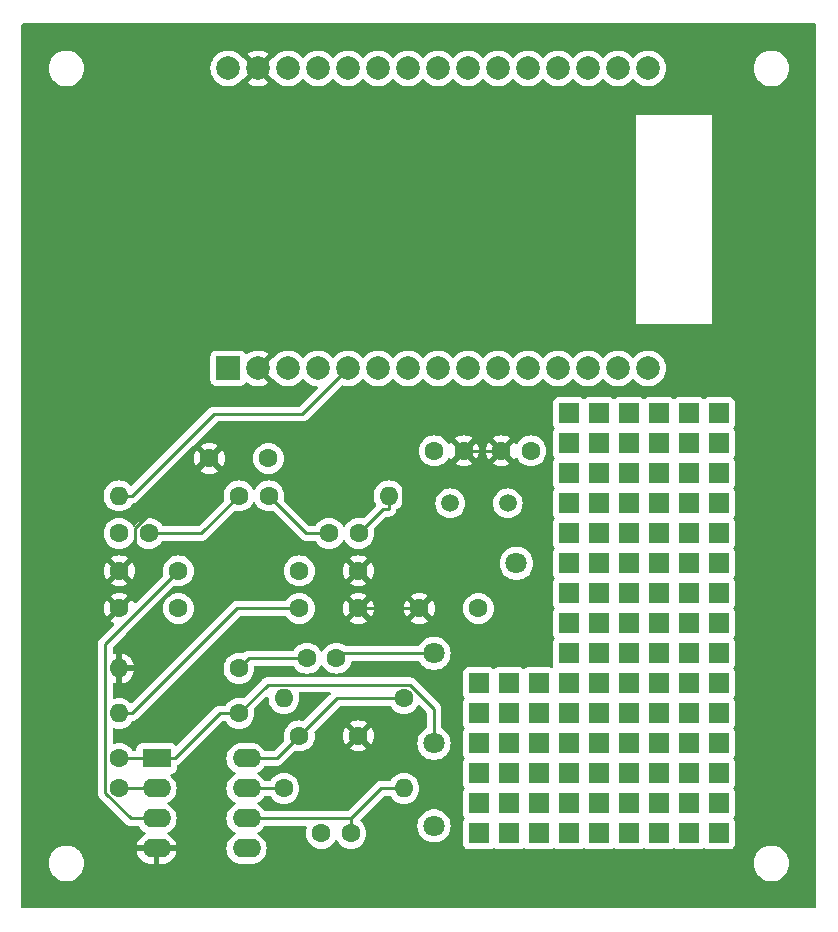
<source format=gbr>
%TF.GenerationSoftware,KiCad,Pcbnew,7.0.1*%
%TF.CreationDate,2023-09-14T17:26:18+02:00*%
%TF.ProjectId,schematic,73636865-6d61-4746-9963-2e6b69636164,rev?*%
%TF.SameCoordinates,Original*%
%TF.FileFunction,Copper,L2,Bot*%
%TF.FilePolarity,Positive*%
%FSLAX46Y46*%
G04 Gerber Fmt 4.6, Leading zero omitted, Abs format (unit mm)*
G04 Created by KiCad (PCBNEW 7.0.1) date 2023-09-14 17:26:18*
%MOMM*%
%LPD*%
G01*
G04 APERTURE LIST*
%TA.AperFunction,WasherPad*%
%ADD10R,1.720000X1.720000*%
%TD*%
%TA.AperFunction,ComponentPad*%
%ADD11C,1.600000*%
%TD*%
%TA.AperFunction,ComponentPad*%
%ADD12O,1.600000X1.600000*%
%TD*%
%TA.AperFunction,ComponentPad*%
%ADD13C,1.500000*%
%TD*%
%TA.AperFunction,ComponentPad*%
%ADD14C,1.800000*%
%TD*%
%TA.AperFunction,ComponentPad*%
%ADD15R,2.400000X1.600000*%
%TD*%
%TA.AperFunction,ComponentPad*%
%ADD16O,2.400000X1.600000*%
%TD*%
%TA.AperFunction,ComponentPad*%
%ADD17R,2.000000X2.000000*%
%TD*%
%TA.AperFunction,ComponentPad*%
%ADD18C,2.000000*%
%TD*%
%TA.AperFunction,Conductor*%
%ADD19C,0.250000*%
%TD*%
G04 APERTURE END LIST*
D10*
%TO.P,REF\u002A\u002A,*%
%TO.N,*%
X192405000Y-82550000D03*
X192405000Y-85090000D03*
X192405000Y-87630000D03*
X194945000Y-82550000D03*
X194945000Y-85090000D03*
X194945000Y-87630000D03*
X197485000Y-82550000D03*
X197485000Y-85090000D03*
X197485000Y-87630000D03*
%TD*%
%TO.P,REF\u002A\u002A,*%
%TO.N,*%
X184785000Y-105410000D03*
X184785000Y-107950000D03*
X184785000Y-110490000D03*
X187325000Y-105410000D03*
X187325000Y-107950000D03*
X187325000Y-110490000D03*
X189865000Y-105410000D03*
X189865000Y-107950000D03*
X189865000Y-110490000D03*
%TD*%
D11*
%TO.P,C5,1*%
%TO.N,Net-(U1-1B3)*%
X161965000Y-91440000D03*
%TO.P,C5,2*%
%TO.N,GND*%
X166965000Y-91440000D03*
%TD*%
%TO.P,C12,1*%
%TO.N,+3.3V*%
X177125000Y-91440000D03*
%TO.P,C12,2*%
%TO.N,GND*%
X172125000Y-91440000D03*
%TD*%
%TO.P,R5,1*%
%TO.N,Net-(U1-S0)*%
X159385000Y-81915000D03*
D12*
%TO.P,R5,2*%
%TO.N,Net-(U3-D18)*%
X169545000Y-81915000D03*
%TD*%
D11*
%TO.P,C7,1*%
%TO.N,Net-(U1-1B3)*%
X146685000Y-106640000D03*
%TO.P,C7,2*%
%TO.N,Net-(J4-Pin_1)*%
X146685000Y-104140000D03*
%TD*%
D13*
%TO.P,Y1,1,1*%
%TO.N,Net-(U4-XB)*%
X179615000Y-82550000D03*
%TO.P,Y1,2,2*%
%TO.N,Net-(U4-XA)*%
X174735000Y-82550000D03*
%TD*%
D10*
%TO.P,REF\u002A\u002A,*%
%TO.N,*%
X177165000Y-105410000D03*
X177165000Y-107950000D03*
X177165000Y-110490000D03*
X179705000Y-105410000D03*
X179705000Y-107950000D03*
X179705000Y-110490000D03*
X182245000Y-105410000D03*
X182245000Y-107950000D03*
X182245000Y-110490000D03*
%TD*%
D11*
%TO.P,R4,1*%
%TO.N,Net-(J4-Pin_1)*%
X156845000Y-100330000D03*
D12*
%TO.P,R4,2*%
%TO.N,Net-(U1-1B3)*%
X146685000Y-100330000D03*
%TD*%
D14*
%TO.P,J1,1,Pin_1*%
%TO.N,Net-(J1-Pin_1)*%
X173355000Y-95250000D03*
%TD*%
D10*
%TO.P,REF\u002A\u002A,*%
%TO.N,*%
X177165000Y-97790000D03*
X177165000Y-100330000D03*
X177165000Y-102870000D03*
X179705000Y-97790000D03*
X179705000Y-100330000D03*
X179705000Y-102870000D03*
X182245000Y-97790000D03*
X182245000Y-100330000D03*
X182245000Y-102870000D03*
%TD*%
D11*
%TO.P,C10,1*%
%TO.N,+5V*%
X161965000Y-102235000D03*
%TO.P,C10,2*%
%TO.N,GND*%
X166965000Y-102235000D03*
%TD*%
D14*
%TO.P,J2,1,Pin_1*%
%TO.N,Net-(J2-Pin_1)*%
X180340000Y-87630000D03*
%TD*%
D11*
%TO.P,C9,1*%
%TO.N,Net-(U3-D4)*%
X146705000Y-85090000D03*
%TO.P,C9,2*%
%TO.N,Net-(U1-S1)*%
X149205000Y-85090000D03*
%TD*%
D15*
%TO.P,U2,1*%
%TO.N,Net-(J4-Pin_1)*%
X149870000Y-104150000D03*
D16*
%TO.P,U2,2,-*%
%TO.N,Net-(U1-1B3)*%
X149870000Y-106690000D03*
%TO.P,U2,3,+*%
%TO.N,Net-(U1-1B2)*%
X149870000Y-109230000D03*
%TO.P,U2,4,V-*%
%TO.N,GND*%
X149870000Y-111770000D03*
%TO.P,U2,5,+*%
%TO.N,Net-(U1-1B1)*%
X157490000Y-111770000D03*
%TO.P,U2,6,-*%
%TO.N,Net-(U1-1B4)*%
X157490000Y-109230000D03*
%TO.P,U2,7*%
%TO.N,Net-(J3-Pin_1)*%
X157490000Y-106690000D03*
%TO.P,U2,8,V+*%
%TO.N,+5V*%
X157490000Y-104150000D03*
%TD*%
D10*
%TO.P,REF\u002A\u002A,*%
%TO.N,*%
X184785000Y-74930000D03*
X184785000Y-77470000D03*
X184785000Y-80010000D03*
X187325000Y-74930000D03*
X187325000Y-77470000D03*
X187325000Y-80010000D03*
X189865000Y-74930000D03*
X189865000Y-77470000D03*
X189865000Y-80010000D03*
%TD*%
%TO.P,REF\u002A\u002A,*%
%TO.N,*%
X192405000Y-90170000D03*
X192405000Y-92710000D03*
X192405000Y-95250000D03*
X194945000Y-90170000D03*
X194945000Y-92710000D03*
X194945000Y-95250000D03*
X197485000Y-90170000D03*
X197485000Y-92710000D03*
X197485000Y-95250000D03*
%TD*%
D11*
%TO.P,C6,1*%
%TO.N,Net-(U1-1B4)*%
X166330000Y-110490000D03*
%TO.P,C6,2*%
%TO.N,Net-(J3-Pin_1)*%
X163830000Y-110490000D03*
%TD*%
%TO.P,C11,1*%
%TO.N,+3.3V*%
X159345000Y-78740000D03*
%TO.P,C11,2*%
%TO.N,GND*%
X154345000Y-78740000D03*
%TD*%
%TO.P,R2,1*%
%TO.N,Net-(U1-1A)*%
X156845000Y-96520000D03*
D12*
%TO.P,R2,2*%
%TO.N,GND*%
X146685000Y-96520000D03*
%TD*%
D11*
%TO.P,C1,1*%
%TO.N,Net-(U1-1A)*%
X162600000Y-95670000D03*
%TO.P,C1,2*%
%TO.N,Net-(J1-Pin_1)*%
X165100000Y-95670000D03*
%TD*%
D14*
%TO.P,J3,1,Pin_1*%
%TO.N,Net-(J3-Pin_1)*%
X173355000Y-109855000D03*
%TD*%
%TO.P,J4,1,Pin_1*%
%TO.N,Net-(J4-Pin_1)*%
X173355000Y-102870000D03*
%TD*%
D10*
%TO.P,REF\u002A\u002A,*%
%TO.N,*%
X192405000Y-74930000D03*
X192405000Y-77470000D03*
X192405000Y-80010000D03*
X194945000Y-74930000D03*
X194945000Y-77470000D03*
X194945000Y-80010000D03*
X197485000Y-74930000D03*
X197485000Y-77470000D03*
X197485000Y-80010000D03*
%TD*%
D11*
%TO.P,R6,1*%
%TO.N,Net-(U1-S1)*%
X156845000Y-81915000D03*
D12*
%TO.P,R6,2*%
%TO.N,Net-(U3-D4)*%
X146685000Y-81915000D03*
%TD*%
D11*
%TO.P,R1,1*%
%TO.N,+5V*%
X170815000Y-99060000D03*
D12*
%TO.P,R1,2*%
%TO.N,Net-(U1-1A)*%
X160655000Y-99060000D03*
%TD*%
D10*
%TO.P,REF\u002A\u002A,*%
%TO.N,*%
X192405000Y-97790000D03*
X192405000Y-100330000D03*
X192405000Y-102870000D03*
X194945000Y-97790000D03*
X194945000Y-100330000D03*
X194945000Y-102870000D03*
X197485000Y-97790000D03*
X197485000Y-100330000D03*
X197485000Y-102870000D03*
%TD*%
D11*
%TO.P,C14,1*%
%TO.N,Net-(U4-XB)*%
X181570000Y-78105000D03*
%TO.P,C14,2*%
%TO.N,GND*%
X179070000Y-78105000D03*
%TD*%
%TO.P,C2,1*%
%TO.N,Net-(U1-1B1)*%
X151725000Y-91440000D03*
%TO.P,C2,2*%
%TO.N,GND*%
X146725000Y-91440000D03*
%TD*%
D10*
%TO.P,REF\u002A\u002A,*%
%TO.N,*%
X184785000Y-82550000D03*
X184785000Y-85090000D03*
X184785000Y-87630000D03*
X187325000Y-82550000D03*
X187325000Y-85090000D03*
X187325000Y-87630000D03*
X189865000Y-82550000D03*
X189865000Y-85090000D03*
X189865000Y-87630000D03*
%TD*%
%TO.P,REF\u002A\u002A,*%
%TO.N,*%
X184785000Y-90170000D03*
X184785000Y-92710000D03*
X184785000Y-95250000D03*
X187325000Y-90170000D03*
X187325000Y-92710000D03*
X187325000Y-95250000D03*
X189865000Y-90170000D03*
X189865000Y-92710000D03*
X189865000Y-95250000D03*
%TD*%
%TO.P,REF\u002A\u002A,*%
%TO.N,*%
X192405000Y-105410000D03*
X192405000Y-107950000D03*
X192405000Y-110490000D03*
X194945000Y-105410000D03*
X194945000Y-107950000D03*
X194945000Y-110490000D03*
X197485000Y-105410000D03*
X197485000Y-107950000D03*
X197485000Y-110490000D03*
%TD*%
D11*
%TO.P,C3,1*%
%TO.N,Net-(U1-1B4)*%
X161965000Y-88265000D03*
%TO.P,C3,2*%
%TO.N,GND*%
X166965000Y-88265000D03*
%TD*%
%TO.P,R3,1*%
%TO.N,Net-(J3-Pin_1)*%
X160655000Y-106680000D03*
D12*
%TO.P,R3,2*%
%TO.N,Net-(U1-1B4)*%
X170815000Y-106680000D03*
%TD*%
D11*
%TO.P,C13,1*%
%TO.N,Net-(U4-XA)*%
X173395000Y-78105000D03*
%TO.P,C13,2*%
%TO.N,GND*%
X175895000Y-78105000D03*
%TD*%
D17*
%TO.P,U3,1,3V3*%
%TO.N,+3.3V*%
X155935000Y-71120000D03*
D18*
%TO.P,U3,2,GND*%
%TO.N,GND*%
X158475000Y-71120000D03*
%TO.P,U3,3,D15*%
%TO.N,unconnected-(U3-D15-Pad3)*%
X161015000Y-71120000D03*
%TO.P,U3,4,D2*%
%TO.N,unconnected-(U3-D2-Pad4)*%
X163555000Y-71120000D03*
%TO.P,U3,5,D4*%
%TO.N,Net-(U3-D4)*%
X166095000Y-71120000D03*
%TO.P,U3,6,RX2*%
%TO.N,unconnected-(U3-RX2-Pad6)*%
X168635000Y-71120000D03*
%TO.P,U3,7,TX2*%
%TO.N,unconnected-(U3-TX2-Pad7)*%
X171175000Y-71120000D03*
%TO.P,U3,8,D5*%
%TO.N,unconnected-(U3-D5-Pad8)*%
X173715000Y-71120000D03*
%TO.P,U3,9,D18*%
%TO.N,Net-(U3-D18)*%
X176255000Y-71120000D03*
%TO.P,U3,10,D19*%
%TO.N,unconnected-(U3-D19-Pad10)*%
X178795000Y-71120000D03*
%TO.P,U3,11,D21*%
%TO.N,/SDA*%
X181335000Y-71120000D03*
%TO.P,U3,12,RX0*%
%TO.N,unconnected-(U3-RX0-Pad12)*%
X183875000Y-71120000D03*
%TO.P,U3,13,TX0*%
%TO.N,unconnected-(U3-TX0-Pad13)*%
X186415000Y-71120000D03*
%TO.P,U3,14,D22*%
%TO.N,/SCL*%
X188955000Y-71120000D03*
%TO.P,U3,15,D23*%
%TO.N,unconnected-(U3-D23-Pad15)*%
X191495000Y-71120000D03*
%TO.P,U3,16,EN*%
%TO.N,unconnected-(U3-EN-Pad16)*%
X191495000Y-45720000D03*
%TO.P,U3,17,VP*%
%TO.N,unconnected-(U3-VP-Pad17)*%
X188955000Y-45720000D03*
%TO.P,U3,18,VN*%
%TO.N,unconnected-(U3-VN-Pad18)*%
X186415000Y-45720000D03*
%TO.P,U3,19,D34*%
%TO.N,unconnected-(U3-D34-Pad19)*%
X183875000Y-45720000D03*
%TO.P,U3,20,D35*%
%TO.N,unconnected-(U3-D35-Pad20)*%
X181335000Y-45720000D03*
%TO.P,U3,21,D32*%
%TO.N,unconnected-(U3-D32-Pad21)*%
X178795000Y-45720000D03*
%TO.P,U3,22,D33*%
%TO.N,unconnected-(U3-D33-Pad22)*%
X176255000Y-45720000D03*
%TO.P,U3,23,D25*%
%TO.N,unconnected-(U3-D25-Pad23)*%
X173715000Y-45720000D03*
%TO.P,U3,24,D26*%
%TO.N,unconnected-(U3-D26-Pad24)*%
X171175000Y-45720000D03*
%TO.P,U3,25,D27*%
%TO.N,unconnected-(U3-D27-Pad25)*%
X168635000Y-45720000D03*
%TO.P,U3,26,D14*%
%TO.N,unconnected-(U3-D14-Pad26)*%
X166095000Y-45720000D03*
%TO.P,U3,27,D12*%
%TO.N,unconnected-(U3-D12-Pad27)*%
X163555000Y-45720000D03*
%TO.P,U3,28,D13*%
%TO.N,unconnected-(U3-D13-Pad28)*%
X161015000Y-45720000D03*
%TO.P,U3,29,GND*%
%TO.N,GND*%
X158475000Y-45720000D03*
%TO.P,U3,30,VIN*%
%TO.N,+5V*%
X155935000Y-45720000D03*
%TD*%
D11*
%TO.P,C4,1*%
%TO.N,Net-(U1-1B2)*%
X151725000Y-88265000D03*
%TO.P,C4,2*%
%TO.N,GND*%
X146725000Y-88265000D03*
%TD*%
D10*
%TO.P,REF\u002A\u002A,*%
%TO.N,*%
X184785000Y-97790000D03*
X184785000Y-100330000D03*
X184785000Y-102870000D03*
X187325000Y-97790000D03*
X187325000Y-100330000D03*
X187325000Y-102870000D03*
X189865000Y-97790000D03*
X189865000Y-100330000D03*
X189865000Y-102870000D03*
%TD*%
D11*
%TO.P,C8,1*%
%TO.N,Net-(U3-D18)*%
X166985000Y-85090000D03*
%TO.P,C8,2*%
%TO.N,Net-(U1-S0)*%
X164485000Y-85090000D03*
%TD*%
D19*
%TO.N,+5V*%
X160050000Y-104150000D02*
X161965000Y-102235000D01*
X157490000Y-104150000D02*
X160050000Y-104150000D01*
X161965000Y-102235000D02*
X165140000Y-99060000D01*
X165140000Y-99060000D02*
X170815000Y-99060000D01*
%TO.N,Net-(U1-1A)*%
X162600000Y-95670000D02*
X157695000Y-95670000D01*
X157695000Y-95670000D02*
X156845000Y-96520000D01*
%TO.N,GND*%
X172125000Y-91440000D02*
X166965000Y-91440000D01*
X173652500Y-80347500D02*
X170713500Y-80347500D01*
X175895000Y-78105000D02*
X173652500Y-80347500D01*
X170713500Y-84516500D02*
X166965000Y-88265000D01*
X155952500Y-80347500D02*
X154345000Y-78740000D01*
X170713500Y-80347500D02*
X155952500Y-80347500D01*
X148053700Y-86936300D02*
X148053700Y-84627500D01*
X148053700Y-84627500D02*
X153941200Y-78740000D01*
X170713500Y-80347500D02*
X170713500Y-84516500D01*
X153941200Y-78740000D02*
X154345000Y-78740000D01*
X175895000Y-78105000D02*
X179070000Y-78105000D01*
X146725000Y-88265000D02*
X148053700Y-86936300D01*
%TO.N,Net-(J3-Pin_1)*%
X157490000Y-106690000D02*
X160645000Y-106690000D01*
X160645000Y-106690000D02*
X160655000Y-106680000D01*
%TO.N,Net-(U1-1B4)*%
X157490000Y-109230000D02*
X159016900Y-109230000D01*
X170815000Y-106680000D02*
X169688100Y-106680000D01*
X166330000Y-109230000D02*
X168880000Y-106680000D01*
X166330000Y-109230000D02*
X159016900Y-109230000D01*
X168880000Y-106680000D02*
X169688100Y-106680000D01*
X166330000Y-110490000D02*
X166330000Y-109230000D01*
%TO.N,Net-(U1-1B3)*%
X161965000Y-91440000D02*
X156701900Y-91440000D01*
X149870000Y-106690000D02*
X148343100Y-106690000D01*
X146685000Y-106640000D02*
X148293100Y-106640000D01*
X148293100Y-106640000D02*
X148343100Y-106690000D01*
X146685000Y-100330000D02*
X147811900Y-100330000D01*
X156701900Y-91440000D02*
X147811900Y-100330000D01*
%TO.N,Net-(U1-S0)*%
X164485000Y-85090000D02*
X162560000Y-85090000D01*
X162560000Y-85090000D02*
X159385000Y-81915000D01*
%TO.N,Net-(U3-D18)*%
X169545000Y-81915000D02*
X169545000Y-83041900D01*
X169545000Y-83041900D02*
X169033100Y-83041900D01*
X169033100Y-83041900D02*
X166985000Y-85090000D01*
%TO.N,Net-(U1-S1)*%
X153670000Y-85090000D02*
X156845000Y-81915000D01*
X149205000Y-85090000D02*
X153670000Y-85090000D01*
%TO.N,Net-(U3-D4)*%
X162224900Y-74990100D02*
X154736800Y-74990100D01*
X166095000Y-71120000D02*
X162224900Y-74990100D01*
X146685000Y-81915000D02*
X147811900Y-81915000D01*
X154736800Y-74990100D02*
X147811900Y-81915000D01*
%TO.N,Net-(U1-1B2)*%
X151725000Y-88265000D02*
X145538400Y-94451600D01*
X147671200Y-109230000D02*
X149870000Y-109230000D01*
X145538400Y-94451600D02*
X145538400Y-107097200D01*
X145538400Y-107097200D02*
X147671200Y-109230000D01*
%TO.N,Net-(J1-Pin_1)*%
X165520000Y-95250000D02*
X165100000Y-95670000D01*
X173355000Y-95250000D02*
X165520000Y-95250000D01*
%TO.N,Net-(J4-Pin_1)*%
X159271800Y-97903200D02*
X156845000Y-100330000D01*
X155216900Y-100330000D02*
X156845000Y-100330000D01*
X173355000Y-99957900D02*
X171300300Y-97903200D01*
X146695000Y-104150000D02*
X149870000Y-104150000D01*
X149870000Y-104150000D02*
X151396900Y-104150000D01*
X173355000Y-102870000D02*
X173355000Y-99957900D01*
X171300300Y-97903200D02*
X159271800Y-97903200D01*
X151396900Y-104150000D02*
X155216900Y-100330000D01*
X146685000Y-104140000D02*
X146695000Y-104150000D01*
%TD*%
%TA.AperFunction,Conductor*%
%TO.N,GND*%
G36*
X205677500Y-41927113D02*
G01*
X205722887Y-41972500D01*
X205739500Y-42034500D01*
X205739500Y-116715500D01*
X205722887Y-116777500D01*
X205677500Y-116822887D01*
X205615500Y-116839500D01*
X138554500Y-116839500D01*
X138492500Y-116822887D01*
X138447113Y-116777500D01*
X138430500Y-116715500D01*
X138430500Y-113030000D01*
X140734356Y-113030000D01*
X140754891Y-113277816D01*
X140754891Y-113277819D01*
X140754892Y-113277821D01*
X140815937Y-113518881D01*
X140860960Y-113621523D01*
X140915825Y-113746604D01*
X140915827Y-113746607D01*
X141051836Y-113954785D01*
X141220256Y-114137738D01*
X141220259Y-114137740D01*
X141416485Y-114290470D01*
X141416487Y-114290471D01*
X141416491Y-114290474D01*
X141635190Y-114408828D01*
X141870386Y-114489571D01*
X142115665Y-114530500D01*
X142364335Y-114530500D01*
X142609614Y-114489571D01*
X142844810Y-114408828D01*
X143063509Y-114290474D01*
X143259744Y-114137738D01*
X143428164Y-113954785D01*
X143564173Y-113746607D01*
X143664063Y-113518881D01*
X143725108Y-113277821D01*
X143745643Y-113030000D01*
X143725108Y-112782179D01*
X143664063Y-112541119D01*
X143564173Y-112313393D01*
X143428164Y-112105215D01*
X143349718Y-112020000D01*
X148191128Y-112020000D01*
X148243733Y-112216326D01*
X148339865Y-112422480D01*
X148470341Y-112608819D01*
X148631180Y-112769658D01*
X148817519Y-112900134D01*
X149023673Y-112996266D01*
X149243397Y-113055141D01*
X149413235Y-113070000D01*
X149620000Y-113070000D01*
X149620000Y-112020000D01*
X150120000Y-112020000D01*
X150120000Y-113070000D01*
X150326765Y-113070000D01*
X150496602Y-113055141D01*
X150716326Y-112996266D01*
X150922480Y-112900134D01*
X151108819Y-112769658D01*
X151269658Y-112608819D01*
X151400134Y-112422480D01*
X151496266Y-112216326D01*
X151548872Y-112020000D01*
X150120000Y-112020000D01*
X149620000Y-112020000D01*
X148191128Y-112020000D01*
X143349718Y-112020000D01*
X143259744Y-111922262D01*
X143237612Y-111905036D01*
X143063514Y-111769529D01*
X143063510Y-111769526D01*
X143063509Y-111769526D01*
X142844810Y-111651172D01*
X142844806Y-111651170D01*
X142844805Y-111651170D01*
X142609615Y-111570429D01*
X142364335Y-111529500D01*
X142115665Y-111529500D01*
X141870384Y-111570429D01*
X141635194Y-111651170D01*
X141416485Y-111769529D01*
X141220259Y-111922259D01*
X141220256Y-111922261D01*
X141220256Y-111922262D01*
X141130282Y-112020000D01*
X141051837Y-112105214D01*
X140915825Y-112313395D01*
X140867865Y-112422735D01*
X140815937Y-112541119D01*
X140798793Y-112608819D01*
X140754891Y-112782183D01*
X140734356Y-113030000D01*
X138430500Y-113030000D01*
X138430500Y-94431794D01*
X144908240Y-94431794D01*
X144912350Y-94475275D01*
X144912900Y-94486944D01*
X144912900Y-107014456D01*
X144910635Y-107034962D01*
X144912839Y-107105073D01*
X144912900Y-107108968D01*
X144912900Y-107136549D01*
X144913403Y-107140534D01*
X144914318Y-107152167D01*
X144915690Y-107195826D01*
X144921279Y-107215060D01*
X144925225Y-107234116D01*
X144927735Y-107253992D01*
X144943814Y-107294604D01*
X144947597Y-107305651D01*
X144959782Y-107347591D01*
X144969980Y-107364835D01*
X144978536Y-107382300D01*
X144985914Y-107400932D01*
X144985915Y-107400933D01*
X145011580Y-107436259D01*
X145017993Y-107446022D01*
X145040226Y-107483616D01*
X145040229Y-107483619D01*
X145040230Y-107483620D01*
X145054395Y-107497785D01*
X145067027Y-107512575D01*
X145078806Y-107528787D01*
X145112458Y-107556626D01*
X145121099Y-107564489D01*
X147170397Y-109613787D01*
X147183298Y-109629889D01*
X147185412Y-109631874D01*
X147185414Y-109631877D01*
X147205629Y-109650860D01*
X147234440Y-109677916D01*
X147237235Y-109680625D01*
X147256730Y-109700120D01*
X147259904Y-109702582D01*
X147268768Y-109710153D01*
X147300618Y-109740062D01*
X147311114Y-109745832D01*
X147318174Y-109749714D01*
X147334431Y-109760392D01*
X147350264Y-109772674D01*
X147366385Y-109779649D01*
X147390356Y-109790023D01*
X147400843Y-109795160D01*
X147439108Y-109816197D01*
X147458516Y-109821180D01*
X147476910Y-109827478D01*
X147495305Y-109835438D01*
X147538454Y-109842271D01*
X147549880Y-109844638D01*
X147565422Y-109848629D01*
X147592180Y-109855500D01*
X147592181Y-109855500D01*
X147612216Y-109855500D01*
X147631613Y-109857026D01*
X147651396Y-109860160D01*
X147694874Y-109856050D01*
X147706544Y-109855500D01*
X148255812Y-109855500D01*
X148313069Y-109869511D01*
X148357387Y-109908377D01*
X148469953Y-110069140D01*
X148630859Y-110230046D01*
X148817264Y-110360567D01*
X148817265Y-110360567D01*
X148817266Y-110360568D01*
X148875865Y-110387893D01*
X148928040Y-110433650D01*
X148947460Y-110500274D01*
X148928041Y-110566899D01*
X148875866Y-110612656D01*
X148817522Y-110639863D01*
X148631180Y-110770341D01*
X148470341Y-110931180D01*
X148339865Y-111117519D01*
X148243733Y-111323673D01*
X148191128Y-111519999D01*
X148191128Y-111520000D01*
X151548872Y-111520000D01*
X151548871Y-111519999D01*
X151496266Y-111323673D01*
X151400134Y-111117519D01*
X151269658Y-110931180D01*
X151108819Y-110770341D01*
X150922482Y-110639866D01*
X150864133Y-110612657D01*
X150811958Y-110566899D01*
X150792539Y-110500274D01*
X150811959Y-110433649D01*
X150864134Y-110387893D01*
X150922734Y-110360568D01*
X151109139Y-110230047D01*
X151270047Y-110069139D01*
X151400568Y-109882734D01*
X151496739Y-109676496D01*
X151555635Y-109456692D01*
X151575468Y-109230000D01*
X151555635Y-109003308D01*
X151496739Y-108783504D01*
X151400568Y-108577266D01*
X151394123Y-108568062D01*
X151270046Y-108390859D01*
X151109140Y-108229953D01*
X150922732Y-108099430D01*
X150864724Y-108072380D01*
X150812549Y-108026623D01*
X150793130Y-107959997D01*
X150812550Y-107893373D01*
X150864721Y-107847619D01*
X150922734Y-107820568D01*
X151109139Y-107690047D01*
X151270047Y-107529139D01*
X151400568Y-107342734D01*
X151496739Y-107136496D01*
X151555635Y-106916692D01*
X151575468Y-106690000D01*
X151555635Y-106463308D01*
X151496739Y-106243504D01*
X151400568Y-106037266D01*
X151384627Y-106014500D01*
X151270046Y-105850859D01*
X151109140Y-105689953D01*
X151084537Y-105672726D01*
X151045399Y-105627884D01*
X151031666Y-105569970D01*
X151046500Y-105512328D01*
X151086485Y-105468239D01*
X151142406Y-105447861D01*
X151177483Y-105444091D01*
X151312331Y-105393796D01*
X151427546Y-105307546D01*
X151513796Y-105192331D01*
X151564091Y-105057483D01*
X151570500Y-104997873D01*
X151570499Y-104844028D01*
X151581758Y-104792401D01*
X151613491Y-104750148D01*
X151634937Y-104738509D01*
X151633804Y-104736594D01*
X151647290Y-104728618D01*
X151664529Y-104718422D01*
X151682002Y-104709862D01*
X151700632Y-104702486D01*
X151735964Y-104676814D01*
X151745730Y-104670400D01*
X151783318Y-104648171D01*
X151783317Y-104648171D01*
X151783320Y-104648170D01*
X151797485Y-104634004D01*
X151812273Y-104621373D01*
X151828487Y-104609594D01*
X151856338Y-104575926D01*
X151864179Y-104567309D01*
X155439671Y-100991819D01*
X155479900Y-100964939D01*
X155527353Y-100955500D01*
X155630812Y-100955500D01*
X155688069Y-100969511D01*
X155732387Y-101008377D01*
X155844953Y-101169140D01*
X156005859Y-101330046D01*
X156192264Y-101460567D01*
X156192265Y-101460567D01*
X156192266Y-101460568D01*
X156398504Y-101556739D01*
X156618308Y-101615635D01*
X156845000Y-101635468D01*
X157071692Y-101615635D01*
X157291496Y-101556739D01*
X157497734Y-101460568D01*
X157684139Y-101330047D01*
X157845047Y-101169139D01*
X157975568Y-100982734D01*
X158071739Y-100776496D01*
X158130635Y-100556692D01*
X158150468Y-100330000D01*
X158130635Y-100103308D01*
X158112319Y-100034951D01*
X158112319Y-99970763D01*
X158144411Y-99915178D01*
X159142183Y-98917406D01*
X159193608Y-98886507D01*
X159253522Y-98883367D01*
X159307898Y-98908723D01*
X159344005Y-98956638D01*
X159353390Y-99015896D01*
X159349531Y-99059999D01*
X159369364Y-99286689D01*
X159428261Y-99506497D01*
X159524432Y-99712735D01*
X159654953Y-99899140D01*
X159815859Y-100060046D01*
X160002264Y-100190567D01*
X160002265Y-100190567D01*
X160002266Y-100190568D01*
X160208504Y-100286739D01*
X160428308Y-100345635D01*
X160655000Y-100365468D01*
X160881692Y-100345635D01*
X161101496Y-100286739D01*
X161307734Y-100190568D01*
X161494139Y-100060047D01*
X161655047Y-99899139D01*
X161785568Y-99712734D01*
X161881739Y-99506496D01*
X161940635Y-99286692D01*
X161960468Y-99060000D01*
X161940635Y-98833308D01*
X161900841Y-98684794D01*
X161898999Y-98628509D01*
X161922240Y-98577214D01*
X161965772Y-98541488D01*
X162020616Y-98528700D01*
X164487347Y-98528700D01*
X164543642Y-98542215D01*
X164587665Y-98579815D01*
X164609820Y-98633302D01*
X164605278Y-98691018D01*
X164575028Y-98740381D01*
X162379821Y-100935586D01*
X162324234Y-100967680D01*
X162260047Y-100967680D01*
X162191690Y-100949364D01*
X161964999Y-100929531D01*
X161738310Y-100949364D01*
X161518502Y-101008261D01*
X161312264Y-101104432D01*
X161125859Y-101234953D01*
X160964953Y-101395859D01*
X160834432Y-101582264D01*
X160738261Y-101788502D01*
X160679364Y-102008310D01*
X160659531Y-102234999D01*
X160679364Y-102461690D01*
X160697680Y-102530047D01*
X160697680Y-102594234D01*
X160665586Y-102649821D01*
X159827228Y-103488181D01*
X159787000Y-103515061D01*
X159739547Y-103524500D01*
X159104188Y-103524500D01*
X159046931Y-103510489D01*
X159002613Y-103471623D01*
X158890046Y-103310859D01*
X158729140Y-103149953D01*
X158542735Y-103019432D01*
X158336497Y-102923261D01*
X158116689Y-102864364D01*
X157946786Y-102849500D01*
X157946784Y-102849500D01*
X157033216Y-102849500D01*
X157033214Y-102849500D01*
X156863310Y-102864364D01*
X156643502Y-102923261D01*
X156437264Y-103019432D01*
X156250859Y-103149953D01*
X156089953Y-103310859D01*
X155959432Y-103497264D01*
X155863261Y-103703502D01*
X155804364Y-103923310D01*
X155784531Y-104150000D01*
X155804364Y-104376689D01*
X155863261Y-104596497D01*
X155959432Y-104802735D01*
X156089953Y-104989140D01*
X156250859Y-105150046D01*
X156437263Y-105280566D01*
X156437266Y-105280568D01*
X156495275Y-105307618D01*
X156547450Y-105353375D01*
X156566869Y-105420000D01*
X156547450Y-105486625D01*
X156495275Y-105532382D01*
X156437263Y-105559433D01*
X156250859Y-105689953D01*
X156089953Y-105850859D01*
X155959432Y-106037264D01*
X155863261Y-106243502D01*
X155804364Y-106463310D01*
X155784531Y-106690000D01*
X155804364Y-106916689D01*
X155863261Y-107136497D01*
X155959432Y-107342735D01*
X156089953Y-107529140D01*
X156250859Y-107690046D01*
X156365855Y-107770566D01*
X156437266Y-107820568D01*
X156495275Y-107847618D01*
X156547450Y-107893375D01*
X156566869Y-107960000D01*
X156547450Y-108026625D01*
X156495275Y-108072382D01*
X156437263Y-108099433D01*
X156250859Y-108229953D01*
X156089953Y-108390859D01*
X155959432Y-108577264D01*
X155863261Y-108783502D01*
X155804364Y-109003310D01*
X155784531Y-109230000D01*
X155804364Y-109456689D01*
X155863261Y-109676497D01*
X155959432Y-109882735D01*
X156089953Y-110069140D01*
X156250859Y-110230046D01*
X156437263Y-110360566D01*
X156437266Y-110360568D01*
X156495275Y-110387618D01*
X156547450Y-110433375D01*
X156566869Y-110500000D01*
X156547450Y-110566625D01*
X156495275Y-110612382D01*
X156437263Y-110639433D01*
X156250859Y-110769953D01*
X156089953Y-110930859D01*
X155959432Y-111117264D01*
X155863261Y-111323502D01*
X155804364Y-111543310D01*
X155784531Y-111770000D01*
X155804364Y-111996689D01*
X155863261Y-112216497D01*
X155959432Y-112422735D01*
X156089953Y-112609140D01*
X156250859Y-112770046D01*
X156437264Y-112900567D01*
X156437265Y-112900567D01*
X156437266Y-112900568D01*
X156643504Y-112996739D01*
X156863308Y-113055635D01*
X156948261Y-113063067D01*
X157033214Y-113070500D01*
X157033216Y-113070500D01*
X157946784Y-113070500D01*
X157946786Y-113070500D01*
X158014747Y-113064553D01*
X158116692Y-113055635D01*
X158212367Y-113029999D01*
X200424356Y-113029999D01*
X200444891Y-113277816D01*
X200444891Y-113277819D01*
X200444892Y-113277821D01*
X200505937Y-113518881D01*
X200550960Y-113621523D01*
X200605825Y-113746604D01*
X200605827Y-113746607D01*
X200741836Y-113954785D01*
X200910256Y-114137738D01*
X200910259Y-114137740D01*
X201106485Y-114290470D01*
X201106487Y-114290471D01*
X201106491Y-114290474D01*
X201325190Y-114408828D01*
X201560386Y-114489571D01*
X201805665Y-114530500D01*
X202054335Y-114530500D01*
X202299614Y-114489571D01*
X202534810Y-114408828D01*
X202753509Y-114290474D01*
X202949744Y-114137738D01*
X203118164Y-113954785D01*
X203254173Y-113746607D01*
X203354063Y-113518881D01*
X203415108Y-113277821D01*
X203435643Y-113030000D01*
X203415108Y-112782179D01*
X203354063Y-112541119D01*
X203254173Y-112313393D01*
X203118164Y-112105215D01*
X202949744Y-111922262D01*
X202927612Y-111905036D01*
X202753514Y-111769529D01*
X202753510Y-111769526D01*
X202753509Y-111769526D01*
X202534810Y-111651172D01*
X202534806Y-111651170D01*
X202534805Y-111651170D01*
X202299615Y-111570429D01*
X202054335Y-111529500D01*
X201805665Y-111529500D01*
X201560384Y-111570429D01*
X201325194Y-111651170D01*
X201106485Y-111769529D01*
X200910259Y-111922259D01*
X200910256Y-111922261D01*
X200910256Y-111922262D01*
X200820282Y-112020000D01*
X200741837Y-112105214D01*
X200605825Y-112313395D01*
X200557865Y-112422735D01*
X200505937Y-112541119D01*
X200488793Y-112608819D01*
X200444891Y-112782183D01*
X200424356Y-113029999D01*
X158212367Y-113029999D01*
X158336496Y-112996739D01*
X158542734Y-112900568D01*
X158729139Y-112770047D01*
X158890047Y-112609139D01*
X159020568Y-112422734D01*
X159116739Y-112216496D01*
X159175635Y-111996692D01*
X159195468Y-111770000D01*
X159175635Y-111543308D01*
X159116739Y-111323504D01*
X159020568Y-111117266D01*
X158960492Y-111031468D01*
X158890046Y-110930859D01*
X158729140Y-110769953D01*
X158542736Y-110639433D01*
X158484723Y-110612381D01*
X158432548Y-110566623D01*
X158413129Y-110499997D01*
X158432549Y-110433372D01*
X158484721Y-110387619D01*
X158542734Y-110360568D01*
X158729139Y-110230047D01*
X158890047Y-110069139D01*
X159002612Y-109908377D01*
X159046931Y-109869511D01*
X159104188Y-109855500D01*
X162496287Y-109855500D01*
X162555929Y-109870786D01*
X162600867Y-109912874D01*
X162620021Y-109971388D01*
X162608670Y-110031903D01*
X162603261Y-110043501D01*
X162544364Y-110263310D01*
X162524531Y-110490000D01*
X162544364Y-110716689D01*
X162603261Y-110936497D01*
X162699432Y-111142735D01*
X162829953Y-111329140D01*
X162990859Y-111490046D01*
X163177264Y-111620567D01*
X163177265Y-111620567D01*
X163177266Y-111620568D01*
X163383504Y-111716739D01*
X163603308Y-111775635D01*
X163830000Y-111795468D01*
X164056692Y-111775635D01*
X164276496Y-111716739D01*
X164482734Y-111620568D01*
X164669139Y-111490047D01*
X164830047Y-111329139D01*
X164960568Y-111142734D01*
X164967619Y-111127612D01*
X165013374Y-111075439D01*
X165080000Y-111056019D01*
X165146626Y-111075439D01*
X165192380Y-111127612D01*
X165199432Y-111142734D01*
X165199434Y-111142738D01*
X165329953Y-111329140D01*
X165490859Y-111490046D01*
X165677264Y-111620567D01*
X165677265Y-111620567D01*
X165677266Y-111620568D01*
X165883504Y-111716739D01*
X166103308Y-111775635D01*
X166330000Y-111795468D01*
X166556692Y-111775635D01*
X166776496Y-111716739D01*
X166982734Y-111620568D01*
X167169139Y-111490047D01*
X167261317Y-111397869D01*
X175804500Y-111397869D01*
X175810909Y-111457484D01*
X175834226Y-111519999D01*
X175861204Y-111592331D01*
X175947454Y-111707546D01*
X176062669Y-111793796D01*
X176197517Y-111844091D01*
X176257127Y-111850500D01*
X178072872Y-111850499D01*
X178132483Y-111844091D01*
X178267331Y-111793796D01*
X178360692Y-111723905D01*
X178408640Y-111702008D01*
X178461357Y-111702008D01*
X178509308Y-111723906D01*
X178602669Y-111793796D01*
X178737517Y-111844091D01*
X178797127Y-111850500D01*
X180612872Y-111850499D01*
X180672483Y-111844091D01*
X180807331Y-111793796D01*
X180900692Y-111723905D01*
X180948640Y-111702008D01*
X181001357Y-111702008D01*
X181049308Y-111723906D01*
X181142669Y-111793796D01*
X181277517Y-111844091D01*
X181337127Y-111850500D01*
X183152872Y-111850499D01*
X183212483Y-111844091D01*
X183347331Y-111793796D01*
X183440692Y-111723905D01*
X183488640Y-111702008D01*
X183541357Y-111702008D01*
X183589308Y-111723906D01*
X183682669Y-111793796D01*
X183817517Y-111844091D01*
X183877127Y-111850500D01*
X185692872Y-111850499D01*
X185752483Y-111844091D01*
X185887331Y-111793796D01*
X185980692Y-111723905D01*
X186028640Y-111702008D01*
X186081357Y-111702008D01*
X186129308Y-111723906D01*
X186222669Y-111793796D01*
X186357517Y-111844091D01*
X186417127Y-111850500D01*
X188232872Y-111850499D01*
X188292483Y-111844091D01*
X188427331Y-111793796D01*
X188520692Y-111723905D01*
X188568640Y-111702008D01*
X188621357Y-111702008D01*
X188669308Y-111723906D01*
X188762669Y-111793796D01*
X188897517Y-111844091D01*
X188957127Y-111850500D01*
X190772872Y-111850499D01*
X190832483Y-111844091D01*
X190967331Y-111793796D01*
X191060692Y-111723905D01*
X191108640Y-111702008D01*
X191161357Y-111702008D01*
X191209308Y-111723906D01*
X191302669Y-111793796D01*
X191437517Y-111844091D01*
X191497127Y-111850500D01*
X193312872Y-111850499D01*
X193372483Y-111844091D01*
X193507331Y-111793796D01*
X193600692Y-111723905D01*
X193648640Y-111702008D01*
X193701357Y-111702008D01*
X193749308Y-111723906D01*
X193842669Y-111793796D01*
X193977517Y-111844091D01*
X194037127Y-111850500D01*
X195852872Y-111850499D01*
X195912483Y-111844091D01*
X196047331Y-111793796D01*
X196140692Y-111723905D01*
X196188640Y-111702008D01*
X196241357Y-111702008D01*
X196289308Y-111723906D01*
X196382669Y-111793796D01*
X196517517Y-111844091D01*
X196577127Y-111850500D01*
X198392872Y-111850499D01*
X198452483Y-111844091D01*
X198587331Y-111793796D01*
X198702546Y-111707546D01*
X198788796Y-111592331D01*
X198839091Y-111457483D01*
X198845500Y-111397873D01*
X198845499Y-109582128D01*
X198839091Y-109522517D01*
X198788796Y-109387669D01*
X198718907Y-109294310D01*
X198697008Y-109246358D01*
X198697008Y-109193642D01*
X198718908Y-109145689D01*
X198755000Y-109097476D01*
X198788796Y-109052331D01*
X198839091Y-108917483D01*
X198845500Y-108857873D01*
X198845499Y-107042128D01*
X198839091Y-106982517D01*
X198788796Y-106847669D01*
X198718907Y-106754310D01*
X198697008Y-106706358D01*
X198697008Y-106653642D01*
X198718908Y-106605689D01*
X198755000Y-106557476D01*
X198788796Y-106512331D01*
X198839091Y-106377483D01*
X198845500Y-106317873D01*
X198845499Y-104502128D01*
X198839091Y-104442517D01*
X198788796Y-104307669D01*
X198718906Y-104214308D01*
X198697008Y-104166357D01*
X198697008Y-104113640D01*
X198718905Y-104065692D01*
X198788796Y-103972331D01*
X198839091Y-103837483D01*
X198845500Y-103777873D01*
X198845499Y-101962128D01*
X198839091Y-101902517D01*
X198788796Y-101767669D01*
X198718907Y-101674310D01*
X198697008Y-101626358D01*
X198697008Y-101573642D01*
X198718908Y-101525689D01*
X198755000Y-101477476D01*
X198788796Y-101432331D01*
X198839091Y-101297483D01*
X198845500Y-101237873D01*
X198845499Y-99422128D01*
X198839091Y-99362517D01*
X198788796Y-99227669D01*
X198718906Y-99134308D01*
X198697008Y-99086357D01*
X198697008Y-99033640D01*
X198718905Y-98985692D01*
X198788796Y-98892331D01*
X198839091Y-98757483D01*
X198845500Y-98697873D01*
X198845499Y-96882128D01*
X198839091Y-96822517D01*
X198788796Y-96687669D01*
X198775604Y-96670047D01*
X198718908Y-96594311D01*
X198697008Y-96546358D01*
X198697008Y-96493642D01*
X198718908Y-96445689D01*
X198730422Y-96430308D01*
X198788796Y-96352331D01*
X198839091Y-96217483D01*
X198845500Y-96157873D01*
X198845499Y-94342128D01*
X198839091Y-94282517D01*
X198788796Y-94147669D01*
X198776065Y-94130663D01*
X198733296Y-94073531D01*
X198718907Y-94054310D01*
X198697008Y-94006358D01*
X198697008Y-93953642D01*
X198718908Y-93905689D01*
X198760971Y-93849500D01*
X198788796Y-93812331D01*
X198839091Y-93677483D01*
X198845500Y-93617873D01*
X198845499Y-91802128D01*
X198839091Y-91742517D01*
X198788796Y-91607669D01*
X198718906Y-91514308D01*
X198697008Y-91466357D01*
X198697008Y-91413640D01*
X198718905Y-91365692D01*
X198788796Y-91272331D01*
X198839091Y-91137483D01*
X198845500Y-91077873D01*
X198845499Y-89262128D01*
X198839091Y-89202517D01*
X198788796Y-89067669D01*
X198760971Y-89030500D01*
X198731006Y-88990472D01*
X198718907Y-88974310D01*
X198697008Y-88926358D01*
X198697008Y-88873642D01*
X198718908Y-88825689D01*
X198788796Y-88732331D01*
X198839091Y-88597483D01*
X198845500Y-88537873D01*
X198845499Y-86722128D01*
X198839091Y-86662517D01*
X198788796Y-86527669D01*
X198718907Y-86434310D01*
X198697008Y-86386358D01*
X198697008Y-86333642D01*
X198718908Y-86285689D01*
X198760971Y-86229500D01*
X198788796Y-86192331D01*
X198839091Y-86057483D01*
X198845500Y-85997873D01*
X198845499Y-84182128D01*
X198839091Y-84122517D01*
X198788796Y-83987669D01*
X198718907Y-83894310D01*
X198697008Y-83846358D01*
X198697008Y-83793642D01*
X198718908Y-83745689D01*
X198775871Y-83669596D01*
X198788796Y-83652331D01*
X198839091Y-83517483D01*
X198845500Y-83457873D01*
X198845499Y-81642128D01*
X198839091Y-81582517D01*
X198788796Y-81447669D01*
X198718907Y-81354310D01*
X198697008Y-81306358D01*
X198697008Y-81253642D01*
X198718908Y-81205689D01*
X198755000Y-81157476D01*
X198788796Y-81112331D01*
X198839091Y-80977483D01*
X198845500Y-80917873D01*
X198845499Y-79102128D01*
X198839091Y-79042517D01*
X198788796Y-78907669D01*
X198718906Y-78814308D01*
X198697008Y-78766357D01*
X198697008Y-78713640D01*
X198718905Y-78665692D01*
X198788796Y-78572331D01*
X198839091Y-78437483D01*
X198845500Y-78377873D01*
X198845499Y-76562128D01*
X198839091Y-76502517D01*
X198788796Y-76367669D01*
X198718906Y-76274308D01*
X198697008Y-76226357D01*
X198697008Y-76173640D01*
X198718905Y-76125692D01*
X198788796Y-76032331D01*
X198839091Y-75897483D01*
X198845500Y-75837873D01*
X198845499Y-74022128D01*
X198839091Y-73962517D01*
X198788796Y-73827669D01*
X198702546Y-73712454D01*
X198587331Y-73626204D01*
X198452483Y-73575909D01*
X198392873Y-73569500D01*
X198392869Y-73569500D01*
X196577130Y-73569500D01*
X196517515Y-73575909D01*
X196382669Y-73626204D01*
X196289311Y-73696092D01*
X196241358Y-73717991D01*
X196188642Y-73717991D01*
X196140689Y-73696092D01*
X196047331Y-73626204D01*
X195912483Y-73575909D01*
X195912482Y-73575908D01*
X195852873Y-73569500D01*
X195852869Y-73569500D01*
X194037130Y-73569500D01*
X193977515Y-73575909D01*
X193842669Y-73626204D01*
X193749311Y-73696092D01*
X193701358Y-73717991D01*
X193648642Y-73717991D01*
X193600689Y-73696092D01*
X193507331Y-73626204D01*
X193372483Y-73575909D01*
X193372482Y-73575908D01*
X193312873Y-73569500D01*
X193312869Y-73569500D01*
X191497130Y-73569500D01*
X191437515Y-73575909D01*
X191302669Y-73626204D01*
X191209311Y-73696092D01*
X191161358Y-73717991D01*
X191108642Y-73717991D01*
X191060689Y-73696092D01*
X190967331Y-73626204D01*
X190832483Y-73575909D01*
X190832482Y-73575908D01*
X190772873Y-73569500D01*
X190772869Y-73569500D01*
X188957130Y-73569500D01*
X188897515Y-73575909D01*
X188762669Y-73626204D01*
X188669311Y-73696092D01*
X188621358Y-73717991D01*
X188568642Y-73717991D01*
X188520689Y-73696092D01*
X188427331Y-73626204D01*
X188292483Y-73575909D01*
X188292482Y-73575908D01*
X188232873Y-73569500D01*
X188232869Y-73569500D01*
X186417130Y-73569500D01*
X186357515Y-73575909D01*
X186222669Y-73626204D01*
X186129311Y-73696092D01*
X186081358Y-73717991D01*
X186028642Y-73717991D01*
X185980689Y-73696092D01*
X185887331Y-73626204D01*
X185752483Y-73575909D01*
X185752482Y-73575908D01*
X185692873Y-73569500D01*
X185692869Y-73569500D01*
X183877130Y-73569500D01*
X183817515Y-73575909D01*
X183682669Y-73626204D01*
X183567454Y-73712454D01*
X183481204Y-73827668D01*
X183430909Y-73962516D01*
X183424500Y-74022130D01*
X183424500Y-75837869D01*
X183430909Y-75897483D01*
X183481204Y-76032331D01*
X183551092Y-76125689D01*
X183572991Y-76173642D01*
X183572991Y-76226358D01*
X183551092Y-76274311D01*
X183481204Y-76367668D01*
X183430909Y-76502516D01*
X183424500Y-76562130D01*
X183424500Y-78377869D01*
X183430909Y-78437484D01*
X183473433Y-78551496D01*
X183481204Y-78572331D01*
X183551093Y-78665691D01*
X183572991Y-78713640D01*
X183572991Y-78766357D01*
X183551092Y-78814309D01*
X183481205Y-78907666D01*
X183430909Y-79042516D01*
X183424500Y-79102130D01*
X183424500Y-80917869D01*
X183430909Y-80977483D01*
X183481204Y-81112331D01*
X183515000Y-81157476D01*
X183551092Y-81205689D01*
X183572991Y-81253642D01*
X183572991Y-81306358D01*
X183551092Y-81354311D01*
X183481204Y-81447668D01*
X183430909Y-81582515D01*
X183430909Y-81582517D01*
X183425809Y-81629957D01*
X183424500Y-81642130D01*
X183424500Y-83457869D01*
X183430909Y-83517484D01*
X183456056Y-83584907D01*
X183481204Y-83652331D01*
X183539028Y-83729574D01*
X183551092Y-83745689D01*
X183572991Y-83793642D01*
X183572991Y-83846358D01*
X183551092Y-83894311D01*
X183481204Y-83987668D01*
X183430909Y-84122516D01*
X183424500Y-84182130D01*
X183424500Y-85997869D01*
X183430909Y-86057484D01*
X183456056Y-86124907D01*
X183481204Y-86192331D01*
X183509029Y-86229500D01*
X183551092Y-86285689D01*
X183572991Y-86333642D01*
X183572991Y-86386358D01*
X183551092Y-86434311D01*
X183481204Y-86527668D01*
X183430909Y-86662516D01*
X183424500Y-86722130D01*
X183424500Y-88537869D01*
X183430909Y-88597484D01*
X183440886Y-88624234D01*
X183481204Y-88732331D01*
X183551092Y-88825689D01*
X183572991Y-88873642D01*
X183572991Y-88926358D01*
X183551092Y-88974311D01*
X183481204Y-89067668D01*
X183430909Y-89202516D01*
X183424500Y-89262130D01*
X183424500Y-91077869D01*
X183430909Y-91137483D01*
X183481204Y-91272331D01*
X183551092Y-91365689D01*
X183572991Y-91413642D01*
X183572991Y-91466358D01*
X183551092Y-91514311D01*
X183481204Y-91607668D01*
X183430909Y-91742516D01*
X183424500Y-91802130D01*
X183424500Y-93617869D01*
X183430909Y-93677483D01*
X183481204Y-93812331D01*
X183509029Y-93849500D01*
X183551092Y-93905689D01*
X183572991Y-93953642D01*
X183572991Y-94006358D01*
X183551092Y-94054311D01*
X183481204Y-94147668D01*
X183430909Y-94282515D01*
X183430909Y-94282517D01*
X183425775Y-94330274D01*
X183424500Y-94342130D01*
X183424500Y-96157869D01*
X183430909Y-96217484D01*
X183465951Y-96311436D01*
X183470935Y-96381127D01*
X183437450Y-96442450D01*
X183376127Y-96475935D01*
X183306436Y-96470951D01*
X183212485Y-96435909D01*
X183192613Y-96433772D01*
X183152873Y-96429500D01*
X183152869Y-96429500D01*
X181337130Y-96429500D01*
X181277515Y-96435909D01*
X181142668Y-96486204D01*
X181142669Y-96486204D01*
X181097524Y-96520000D01*
X181049311Y-96556092D01*
X181001358Y-96577991D01*
X180948642Y-96577991D01*
X180900689Y-96556092D01*
X180852476Y-96520000D01*
X180807331Y-96486204D01*
X180672483Y-96435909D01*
X180612873Y-96429500D01*
X180612869Y-96429500D01*
X178797130Y-96429500D01*
X178737515Y-96435909D01*
X178602668Y-96486204D01*
X178602669Y-96486204D01*
X178557524Y-96520000D01*
X178509311Y-96556092D01*
X178461358Y-96577991D01*
X178408642Y-96577991D01*
X178360689Y-96556092D01*
X178312476Y-96520000D01*
X178267331Y-96486204D01*
X178132483Y-96435909D01*
X178072873Y-96429500D01*
X178072869Y-96429500D01*
X176257130Y-96429500D01*
X176197515Y-96435909D01*
X176062669Y-96486204D01*
X175947454Y-96572454D01*
X175861204Y-96687668D01*
X175810909Y-96822516D01*
X175804500Y-96882130D01*
X175804500Y-98697869D01*
X175810909Y-98757483D01*
X175861204Y-98892331D01*
X175931092Y-98985689D01*
X175952991Y-99033642D01*
X175952991Y-99086358D01*
X175931092Y-99134311D01*
X175861204Y-99227668D01*
X175810909Y-99362516D01*
X175804500Y-99422130D01*
X175804500Y-101237869D01*
X175810909Y-101297484D01*
X175836056Y-101364907D01*
X175861204Y-101432331D01*
X175895000Y-101477476D01*
X175931092Y-101525689D01*
X175952991Y-101573642D01*
X175952991Y-101626358D01*
X175931092Y-101674311D01*
X175861204Y-101767668D01*
X175810909Y-101902516D01*
X175804500Y-101962130D01*
X175804500Y-103777869D01*
X175810909Y-103837483D01*
X175861204Y-103972331D01*
X175931092Y-104065689D01*
X175952991Y-104113642D01*
X175952991Y-104166358D01*
X175931092Y-104214311D01*
X175861204Y-104307668D01*
X175810909Y-104442516D01*
X175804500Y-104502130D01*
X175804500Y-106317869D01*
X175810909Y-106377483D01*
X175861204Y-106512331D01*
X175895000Y-106557476D01*
X175931092Y-106605689D01*
X175952991Y-106653642D01*
X175952991Y-106706358D01*
X175931092Y-106754311D01*
X175861204Y-106847668D01*
X175810909Y-106982515D01*
X175810909Y-106982517D01*
X175805271Y-107034962D01*
X175804500Y-107042130D01*
X175804500Y-108857869D01*
X175810909Y-108917483D01*
X175861204Y-109052331D01*
X175895000Y-109097476D01*
X175931092Y-109145689D01*
X175952991Y-109193642D01*
X175952991Y-109246358D01*
X175931092Y-109294311D01*
X175861204Y-109387668D01*
X175810909Y-109522516D01*
X175804500Y-109582130D01*
X175804500Y-111397869D01*
X167261317Y-111397869D01*
X167330047Y-111329139D01*
X167460568Y-111142734D01*
X167556739Y-110936496D01*
X167615635Y-110716692D01*
X167635468Y-110490000D01*
X167615635Y-110263308D01*
X167556739Y-110043504D01*
X167468837Y-109854999D01*
X171949699Y-109854999D01*
X171968865Y-110086299D01*
X171968865Y-110086301D01*
X171968866Y-110086305D01*
X171980011Y-110130315D01*
X172025844Y-110311303D01*
X172108615Y-110500000D01*
X172119076Y-110523849D01*
X172246021Y-110718153D01*
X172403216Y-110888913D01*
X172586374Y-111031470D01*
X172790497Y-111141936D01*
X172900257Y-111179616D01*
X173010015Y-111217297D01*
X173010017Y-111217297D01*
X173010019Y-111217298D01*
X173238951Y-111255500D01*
X173471048Y-111255500D01*
X173471049Y-111255500D01*
X173699981Y-111217298D01*
X173919503Y-111141936D01*
X174123626Y-111031470D01*
X174306784Y-110888913D01*
X174463979Y-110718153D01*
X174590924Y-110523849D01*
X174684157Y-110311300D01*
X174741134Y-110086305D01*
X174760300Y-109855000D01*
X174759441Y-109844639D01*
X174747967Y-109706159D01*
X174741134Y-109623695D01*
X174684157Y-109398700D01*
X174590924Y-109186151D01*
X174463979Y-108991847D01*
X174306784Y-108821087D01*
X174123626Y-108678530D01*
X173919503Y-108568064D01*
X173919499Y-108568062D01*
X173919498Y-108568062D01*
X173699984Y-108492702D01*
X173528281Y-108464050D01*
X173471049Y-108454500D01*
X173238951Y-108454500D01*
X173193164Y-108462140D01*
X173010015Y-108492702D01*
X172790501Y-108568062D01*
X172586372Y-108678531D01*
X172403215Y-108821087D01*
X172246020Y-108991848D01*
X172119076Y-109186150D01*
X172025844Y-109398696D01*
X172025842Y-109398700D01*
X172025843Y-109398700D01*
X171979393Y-109582128D01*
X171968865Y-109623700D01*
X171949699Y-109854999D01*
X167468837Y-109854999D01*
X167460568Y-109837266D01*
X167459287Y-109835437D01*
X167347997Y-109676497D01*
X167330047Y-109650861D01*
X167169139Y-109489953D01*
X167164025Y-109486372D01*
X167127763Y-109446797D01*
X167111623Y-109395605D01*
X167118629Y-109342388D01*
X167147468Y-109297120D01*
X169102770Y-107341819D01*
X169142999Y-107314939D01*
X169190452Y-107305500D01*
X169600812Y-107305500D01*
X169658069Y-107319511D01*
X169702387Y-107358377D01*
X169814953Y-107519140D01*
X169975859Y-107680046D01*
X170162264Y-107810567D01*
X170162265Y-107810567D01*
X170162266Y-107810568D01*
X170368504Y-107906739D01*
X170588308Y-107965635D01*
X170815000Y-107985468D01*
X171041692Y-107965635D01*
X171261496Y-107906739D01*
X171467734Y-107810568D01*
X171654139Y-107680047D01*
X171815047Y-107519139D01*
X171945568Y-107332734D01*
X172041739Y-107126496D01*
X172100635Y-106906692D01*
X172120468Y-106680000D01*
X172100635Y-106453308D01*
X172041739Y-106233504D01*
X171945568Y-106027266D01*
X171936629Y-106014500D01*
X171815046Y-105840859D01*
X171654140Y-105679953D01*
X171467735Y-105549432D01*
X171261497Y-105453261D01*
X171041689Y-105394364D01*
X170815000Y-105374531D01*
X170588310Y-105394364D01*
X170368502Y-105453261D01*
X170162264Y-105549432D01*
X169975859Y-105679953D01*
X169814953Y-105840859D01*
X169702387Y-106001623D01*
X169658069Y-106040489D01*
X169600812Y-106054500D01*
X168962744Y-106054500D01*
X168942236Y-106052235D01*
X168872113Y-106054439D01*
X168868219Y-106054500D01*
X168840650Y-106054500D01*
X168836671Y-106055002D01*
X168825041Y-106055917D01*
X168781372Y-106057289D01*
X168762128Y-106062880D01*
X168743084Y-106066824D01*
X168723208Y-106069335D01*
X168682600Y-106085413D01*
X168671554Y-106089194D01*
X168629610Y-106101382D01*
X168629607Y-106101383D01*
X168612365Y-106111579D01*
X168594904Y-106120133D01*
X168576267Y-106127512D01*
X168540931Y-106153185D01*
X168531174Y-106159595D01*
X168493580Y-106181829D01*
X168479413Y-106195996D01*
X168464624Y-106208626D01*
X168448413Y-106220404D01*
X168420572Y-106254058D01*
X168412711Y-106262697D01*
X166107228Y-108568181D01*
X166067000Y-108595061D01*
X166019547Y-108604500D01*
X159104188Y-108604500D01*
X159046931Y-108590489D01*
X159002613Y-108551623D01*
X158890046Y-108390859D01*
X158729140Y-108229953D01*
X158542732Y-108099430D01*
X158484724Y-108072380D01*
X158432549Y-108026623D01*
X158413130Y-107959997D01*
X158432550Y-107893373D01*
X158484721Y-107847619D01*
X158542734Y-107820568D01*
X158729139Y-107690047D01*
X158890047Y-107529139D01*
X158992863Y-107382301D01*
X159002613Y-107368377D01*
X159046931Y-107329511D01*
X159104188Y-107315500D01*
X159447814Y-107315500D01*
X159505071Y-107329511D01*
X159549389Y-107368377D01*
X159654953Y-107519140D01*
X159815859Y-107680046D01*
X160002264Y-107810567D01*
X160002265Y-107810567D01*
X160002266Y-107810568D01*
X160208504Y-107906739D01*
X160428308Y-107965635D01*
X160655000Y-107985468D01*
X160881692Y-107965635D01*
X161101496Y-107906739D01*
X161307734Y-107810568D01*
X161494139Y-107680047D01*
X161655047Y-107519139D01*
X161785568Y-107332734D01*
X161881739Y-107126496D01*
X161940635Y-106906692D01*
X161960468Y-106680000D01*
X161940635Y-106453308D01*
X161881739Y-106233504D01*
X161785568Y-106027266D01*
X161776629Y-106014500D01*
X161655046Y-105840859D01*
X161494140Y-105679953D01*
X161307735Y-105549432D01*
X161101497Y-105453261D01*
X160881689Y-105394364D01*
X160655000Y-105374531D01*
X160428310Y-105394364D01*
X160208502Y-105453261D01*
X160002264Y-105549432D01*
X159815859Y-105679953D01*
X159654953Y-105840859D01*
X159535385Y-106011623D01*
X159491067Y-106050489D01*
X159433810Y-106064500D01*
X159104188Y-106064500D01*
X159046931Y-106050489D01*
X159002613Y-106011623D01*
X158890046Y-105850859D01*
X158729140Y-105689953D01*
X158542733Y-105559431D01*
X158484725Y-105532382D01*
X158432549Y-105486625D01*
X158413129Y-105420000D01*
X158432549Y-105353375D01*
X158484725Y-105307618D01*
X158542734Y-105280568D01*
X158729139Y-105150047D01*
X158890047Y-104989139D01*
X158952812Y-104899500D01*
X159002613Y-104828377D01*
X159046931Y-104789511D01*
X159104188Y-104775500D01*
X159967256Y-104775500D01*
X159987762Y-104777764D01*
X159990665Y-104777672D01*
X159990667Y-104777673D01*
X160057872Y-104775561D01*
X160061768Y-104775500D01*
X160089349Y-104775500D01*
X160089350Y-104775500D01*
X160093319Y-104774998D01*
X160104965Y-104774080D01*
X160148627Y-104772709D01*
X160167859Y-104767120D01*
X160186918Y-104763174D01*
X160193196Y-104762381D01*
X160206792Y-104760664D01*
X160247407Y-104744582D01*
X160258444Y-104740803D01*
X160300390Y-104728618D01*
X160317629Y-104718422D01*
X160335102Y-104709862D01*
X160353732Y-104702486D01*
X160389064Y-104676814D01*
X160398830Y-104670400D01*
X160436418Y-104648171D01*
X160436417Y-104648171D01*
X160436420Y-104648170D01*
X160450585Y-104634004D01*
X160465373Y-104621373D01*
X160481587Y-104609594D01*
X160509438Y-104575926D01*
X160517279Y-104567309D01*
X161550178Y-103534411D01*
X161605763Y-103502319D01*
X161669951Y-103502319D01*
X161738308Y-103520635D01*
X161965000Y-103540468D01*
X162191692Y-103520635D01*
X162411496Y-103461739D01*
X162617734Y-103365568D01*
X162691344Y-103314026D01*
X166239526Y-103314026D01*
X166312515Y-103365133D01*
X166518673Y-103461266D01*
X166738397Y-103520141D01*
X166965000Y-103539966D01*
X167191602Y-103520141D01*
X167411326Y-103461266D01*
X167617480Y-103365134D01*
X167690472Y-103314025D01*
X166965001Y-102588553D01*
X166965000Y-102588553D01*
X166239526Y-103314025D01*
X166239526Y-103314026D01*
X162691344Y-103314026D01*
X162804139Y-103235047D01*
X162965047Y-103074139D01*
X163095568Y-102887734D01*
X163191739Y-102681496D01*
X163250635Y-102461692D01*
X163270468Y-102235000D01*
X163270468Y-102234999D01*
X165660033Y-102234999D01*
X165679858Y-102461602D01*
X165738733Y-102681326D01*
X165834866Y-102887484D01*
X165885972Y-102960471D01*
X165885973Y-102960472D01*
X166611445Y-102235001D01*
X167318553Y-102235001D01*
X168044025Y-102960472D01*
X168095134Y-102887480D01*
X168191266Y-102681326D01*
X168250141Y-102461602D01*
X168269966Y-102234999D01*
X168250141Y-102008397D01*
X168191266Y-101788673D01*
X168095133Y-101582515D01*
X168044025Y-101509526D01*
X167318553Y-102235000D01*
X167318553Y-102235001D01*
X166611445Y-102235001D01*
X166611446Y-102235000D01*
X166611446Y-102234998D01*
X165885973Y-101509527D01*
X165834865Y-101582516D01*
X165738733Y-101788672D01*
X165679858Y-102008397D01*
X165660033Y-102234999D01*
X163270468Y-102234999D01*
X163250635Y-102008308D01*
X163232319Y-101939951D01*
X163232319Y-101875763D01*
X163264411Y-101820178D01*
X163928616Y-101155973D01*
X166239526Y-101155973D01*
X166965000Y-101881446D01*
X166965001Y-101881446D01*
X167690472Y-101155974D01*
X167690471Y-101155972D01*
X167617484Y-101104866D01*
X167411326Y-101008733D01*
X167191602Y-100949858D01*
X166965000Y-100930033D01*
X166738397Y-100949858D01*
X166518672Y-101008733D01*
X166312516Y-101104865D01*
X166239527Y-101155973D01*
X166239526Y-101155973D01*
X163928616Y-101155973D01*
X165362771Y-99721819D01*
X165403000Y-99694939D01*
X165450453Y-99685500D01*
X169600812Y-99685500D01*
X169658069Y-99699511D01*
X169702387Y-99738377D01*
X169814953Y-99899140D01*
X169975859Y-100060046D01*
X170162264Y-100190567D01*
X170162265Y-100190567D01*
X170162266Y-100190568D01*
X170368504Y-100286739D01*
X170588308Y-100345635D01*
X170815000Y-100365468D01*
X171041692Y-100345635D01*
X171261496Y-100286739D01*
X171467734Y-100190568D01*
X171654139Y-100060047D01*
X171815047Y-99899139D01*
X171945568Y-99712734D01*
X171959667Y-99682496D01*
X171996561Y-99636526D01*
X172050515Y-99612785D01*
X172109336Y-99616640D01*
X172159730Y-99647220D01*
X172693181Y-100180671D01*
X172720061Y-100220899D01*
X172729500Y-100268352D01*
X172729500Y-101542186D01*
X172712023Y-101605659D01*
X172664518Y-101651240D01*
X172586377Y-101693528D01*
X172403215Y-101836087D01*
X172246020Y-102006848D01*
X172119076Y-102201150D01*
X172025844Y-102413696D01*
X172025842Y-102413700D01*
X172025843Y-102413700D01*
X172013713Y-102461602D01*
X171968865Y-102638700D01*
X171949699Y-102870000D01*
X171968865Y-103101299D01*
X171968865Y-103101301D01*
X171968866Y-103101305D01*
X172022735Y-103314025D01*
X172025844Y-103326303D01*
X172096851Y-103488181D01*
X172119076Y-103538849D01*
X172246021Y-103733153D01*
X172403216Y-103903913D01*
X172586374Y-104046470D01*
X172790497Y-104156936D01*
X172893957Y-104192454D01*
X173010015Y-104232297D01*
X173010017Y-104232297D01*
X173010019Y-104232298D01*
X173238951Y-104270500D01*
X173471048Y-104270500D01*
X173471049Y-104270500D01*
X173699981Y-104232298D01*
X173919503Y-104156936D01*
X174123626Y-104046470D01*
X174306784Y-103903913D01*
X174463979Y-103733153D01*
X174590924Y-103538849D01*
X174684157Y-103326300D01*
X174741134Y-103101305D01*
X174760300Y-102870000D01*
X174741134Y-102638695D01*
X174684157Y-102413700D01*
X174590924Y-102201151D01*
X174463979Y-102006847D01*
X174306784Y-101836087D01*
X174123626Y-101693530D01*
X174105284Y-101683604D01*
X174045482Y-101651240D01*
X173997977Y-101605659D01*
X173980500Y-101542186D01*
X173980500Y-100040644D01*
X173982764Y-100020136D01*
X173980561Y-99950013D01*
X173980500Y-99946119D01*
X173980500Y-99918554D01*
X173980500Y-99918550D01*
X173979997Y-99914570D01*
X173979081Y-99902928D01*
X173978962Y-99899139D01*
X173977710Y-99859273D01*
X173972118Y-99840026D01*
X173968174Y-99820985D01*
X173965664Y-99801108D01*
X173949579Y-99760483D01*
X173945808Y-99749468D01*
X173933618Y-99707510D01*
X173923414Y-99690255D01*
X173914861Y-99672795D01*
X173907486Y-99654169D01*
X173907486Y-99654168D01*
X173881808Y-99618825D01*
X173875401Y-99609071D01*
X173853169Y-99571479D01*
X173839006Y-99557316D01*
X173826367Y-99542517D01*
X173814595Y-99526313D01*
X173780941Y-99498473D01*
X173772299Y-99490609D01*
X171801102Y-97519411D01*
X171788206Y-97503313D01*
X171737075Y-97455298D01*
X171734278Y-97452587D01*
X171714770Y-97433079D01*
X171711590Y-97430612D01*
X171702724Y-97423039D01*
X171670882Y-97393138D01*
X171653324Y-97383485D01*
X171637064Y-97372804D01*
X171621236Y-97360527D01*
X171581151Y-97343180D01*
X171570661Y-97338041D01*
X171532391Y-97317002D01*
X171512991Y-97312021D01*
X171494584Y-97305719D01*
X171476197Y-97297762D01*
X171433058Y-97290929D01*
X171421624Y-97288561D01*
X171379319Y-97277700D01*
X171359284Y-97277700D01*
X171339886Y-97276173D01*
X171332462Y-97274997D01*
X171320105Y-97273040D01*
X171320104Y-97273040D01*
X171293784Y-97275528D01*
X171276625Y-97277150D01*
X171264956Y-97277700D01*
X159354540Y-97277700D01*
X159334036Y-97275436D01*
X159263944Y-97277639D01*
X159260050Y-97277700D01*
X159232448Y-97277700D01*
X159228453Y-97278204D01*
X159216829Y-97279118D01*
X159173168Y-97280490D01*
X159153929Y-97286080D01*
X159134880Y-97290025D01*
X159115008Y-97292535D01*
X159074393Y-97308615D01*
X159063349Y-97312396D01*
X159021411Y-97324582D01*
X159004164Y-97334781D01*
X158986700Y-97343336D01*
X158968067Y-97350714D01*
X158932726Y-97376389D01*
X158922968Y-97382799D01*
X158885379Y-97405029D01*
X158871210Y-97419198D01*
X158856422Y-97431828D01*
X158840213Y-97443605D01*
X158812372Y-97477258D01*
X158804511Y-97485896D01*
X157259821Y-99030586D01*
X157204234Y-99062680D01*
X157140047Y-99062680D01*
X157071690Y-99044364D01*
X156844999Y-99024531D01*
X156618310Y-99044364D01*
X156398502Y-99103261D01*
X156192264Y-99199432D01*
X156005859Y-99329953D01*
X155844953Y-99490859D01*
X155732387Y-99651623D01*
X155688069Y-99690489D01*
X155630812Y-99704500D01*
X155299644Y-99704500D01*
X155279137Y-99702235D01*
X155209027Y-99704439D01*
X155205132Y-99704500D01*
X155177550Y-99704500D01*
X155173565Y-99705003D01*
X155161933Y-99705918D01*
X155118269Y-99707290D01*
X155099029Y-99712880D01*
X155079981Y-99716825D01*
X155060109Y-99719335D01*
X155019499Y-99735413D01*
X155008454Y-99739194D01*
X154966510Y-99751381D01*
X154949265Y-99761579D01*
X154931804Y-99770133D01*
X154913167Y-99777512D01*
X154877831Y-99803185D01*
X154868074Y-99809595D01*
X154830480Y-99831829D01*
X154816313Y-99845996D01*
X154801524Y-99858626D01*
X154785313Y-99870404D01*
X154757472Y-99904058D01*
X154749611Y-99912697D01*
X151632470Y-103029837D01*
X151571147Y-103063322D01*
X151501456Y-103058338D01*
X151445522Y-103016467D01*
X151427546Y-102992454D01*
X151312331Y-102906204D01*
X151177483Y-102855909D01*
X151177482Y-102855908D01*
X151117873Y-102849500D01*
X151117869Y-102849500D01*
X148622130Y-102849500D01*
X148562515Y-102855909D01*
X148427669Y-102906204D01*
X148312454Y-102992454D01*
X148226204Y-103107668D01*
X148214162Y-103139953D01*
X148175909Y-103242517D01*
X148169637Y-103300861D01*
X148169500Y-103302131D01*
X148169500Y-103400500D01*
X148152887Y-103462500D01*
X148107500Y-103507887D01*
X148045500Y-103524500D01*
X147906190Y-103524500D01*
X147848933Y-103510489D01*
X147804615Y-103471623D01*
X147685046Y-103300859D01*
X147524140Y-103139953D01*
X147337735Y-103009432D01*
X147131497Y-102913261D01*
X146911689Y-102854364D01*
X146685000Y-102834531D01*
X146458310Y-102854364D01*
X146337415Y-102886758D01*
X146334721Y-102887480D01*
X146319994Y-102891426D01*
X146263709Y-102893268D01*
X146212414Y-102870027D01*
X146176688Y-102826495D01*
X146163900Y-102771651D01*
X146163900Y-101698349D01*
X146176688Y-101643505D01*
X146212414Y-101599973D01*
X146263709Y-101576732D01*
X146319993Y-101578573D01*
X146458308Y-101615635D01*
X146685000Y-101635468D01*
X146911692Y-101615635D01*
X147131496Y-101556739D01*
X147337734Y-101460568D01*
X147524139Y-101330047D01*
X147685047Y-101169139D01*
X147799312Y-101005949D01*
X147841910Y-100967996D01*
X147896993Y-100953134D01*
X147910527Y-100952709D01*
X147929759Y-100947120D01*
X147948818Y-100943174D01*
X147955096Y-100942381D01*
X147968692Y-100940664D01*
X148009307Y-100924582D01*
X148020344Y-100920803D01*
X148062290Y-100908618D01*
X148079529Y-100898422D01*
X148097002Y-100889862D01*
X148115632Y-100882486D01*
X148150964Y-100856814D01*
X148160730Y-100850400D01*
X148198318Y-100828171D01*
X148198317Y-100828171D01*
X148198320Y-100828170D01*
X148212485Y-100814004D01*
X148227273Y-100801373D01*
X148243487Y-100789594D01*
X148271338Y-100755926D01*
X148279179Y-100747309D01*
X152506488Y-96520000D01*
X155539531Y-96520000D01*
X155559364Y-96746689D01*
X155618261Y-96966497D01*
X155714432Y-97172735D01*
X155844953Y-97359140D01*
X156005859Y-97520046D01*
X156192264Y-97650567D01*
X156192265Y-97650567D01*
X156192266Y-97650568D01*
X156398504Y-97746739D01*
X156618308Y-97805635D01*
X156845000Y-97825468D01*
X157071692Y-97805635D01*
X157291496Y-97746739D01*
X157497734Y-97650568D01*
X157684139Y-97520047D01*
X157845047Y-97359139D01*
X157975568Y-97172734D01*
X158071739Y-96966496D01*
X158130635Y-96746692D01*
X158150468Y-96520000D01*
X158142621Y-96430307D01*
X158155338Y-96363849D01*
X158201052Y-96313962D01*
X158266149Y-96295500D01*
X161385812Y-96295500D01*
X161443069Y-96309511D01*
X161487387Y-96348377D01*
X161599953Y-96509140D01*
X161760859Y-96670046D01*
X161947264Y-96800567D01*
X161947265Y-96800567D01*
X161947266Y-96800568D01*
X162153504Y-96896739D01*
X162373308Y-96955635D01*
X162600000Y-96975468D01*
X162826692Y-96955635D01*
X163046496Y-96896739D01*
X163252734Y-96800568D01*
X163439139Y-96670047D01*
X163600047Y-96509139D01*
X163730568Y-96322734D01*
X163737619Y-96307612D01*
X163783374Y-96255439D01*
X163850000Y-96236019D01*
X163916626Y-96255439D01*
X163962380Y-96307612D01*
X163965342Y-96313962D01*
X163969434Y-96322738D01*
X164099953Y-96509140D01*
X164260859Y-96670046D01*
X164447264Y-96800567D01*
X164447265Y-96800567D01*
X164447266Y-96800568D01*
X164653504Y-96896739D01*
X164873308Y-96955635D01*
X165100000Y-96975468D01*
X165326692Y-96955635D01*
X165546496Y-96896739D01*
X165752734Y-96800568D01*
X165939139Y-96670047D01*
X166100047Y-96509139D01*
X166230568Y-96322734D01*
X166326739Y-96116496D01*
X166366687Y-95967406D01*
X166391472Y-95919794D01*
X166434057Y-95887118D01*
X166486462Y-95875500D01*
X172023650Y-95875500D01*
X172082668Y-95890445D01*
X172127457Y-95931677D01*
X172246021Y-96113153D01*
X172403216Y-96283913D01*
X172586374Y-96426470D01*
X172790497Y-96536936D01*
X172846297Y-96556092D01*
X173010015Y-96612297D01*
X173010017Y-96612297D01*
X173010019Y-96612298D01*
X173238951Y-96650500D01*
X173471048Y-96650500D01*
X173471049Y-96650500D01*
X173699981Y-96612298D01*
X173919503Y-96536936D01*
X174123626Y-96426470D01*
X174306784Y-96283913D01*
X174463979Y-96113153D01*
X174590924Y-95918849D01*
X174684157Y-95706300D01*
X174741134Y-95481305D01*
X174760300Y-95250000D01*
X174741134Y-95018695D01*
X174684157Y-94793700D01*
X174590924Y-94581151D01*
X174463979Y-94386847D01*
X174306784Y-94216087D01*
X174123626Y-94073530D01*
X173919503Y-93963064D01*
X173919499Y-93963062D01*
X173919498Y-93963062D01*
X173699984Y-93887702D01*
X173528281Y-93859050D01*
X173471049Y-93849500D01*
X173238951Y-93849500D01*
X173193164Y-93857140D01*
X173010015Y-93887702D01*
X172790501Y-93963062D01*
X172790497Y-93963063D01*
X172790497Y-93963064D01*
X172759202Y-93980000D01*
X172586372Y-94073531D01*
X172403215Y-94216087D01*
X172266564Y-94364531D01*
X172246021Y-94386847D01*
X172127457Y-94568322D01*
X172082668Y-94609555D01*
X172023650Y-94624500D01*
X165913321Y-94624500D01*
X165876034Y-94618761D01*
X165842198Y-94602075D01*
X165812315Y-94581151D01*
X165752734Y-94539432D01*
X165640174Y-94486944D01*
X165546497Y-94443261D01*
X165326689Y-94384364D01*
X165100000Y-94364531D01*
X164873310Y-94384364D01*
X164653502Y-94443261D01*
X164447264Y-94539432D01*
X164260859Y-94669953D01*
X164099953Y-94830859D01*
X163969432Y-95017264D01*
X163962382Y-95032385D01*
X163916625Y-95084561D01*
X163850000Y-95103980D01*
X163783375Y-95084561D01*
X163737618Y-95032385D01*
X163730567Y-95017264D01*
X163600046Y-94830859D01*
X163439140Y-94669953D01*
X163252735Y-94539432D01*
X163046497Y-94443261D01*
X162826689Y-94384364D01*
X162600000Y-94364531D01*
X162373310Y-94384364D01*
X162153502Y-94443261D01*
X161947264Y-94539432D01*
X161760859Y-94669953D01*
X161599953Y-94830859D01*
X161487387Y-94991623D01*
X161443069Y-95030489D01*
X161385812Y-95044500D01*
X157777744Y-95044500D01*
X157757236Y-95042235D01*
X157687113Y-95044439D01*
X157683219Y-95044500D01*
X157655650Y-95044500D01*
X157651671Y-95045002D01*
X157640041Y-95045917D01*
X157596372Y-95047289D01*
X157577128Y-95052880D01*
X157558084Y-95056824D01*
X157538208Y-95059335D01*
X157497600Y-95075413D01*
X157486554Y-95079194D01*
X157444610Y-95091382D01*
X157444607Y-95091383D01*
X157427365Y-95101579D01*
X157409904Y-95110133D01*
X157391267Y-95117512D01*
X157355931Y-95143185D01*
X157346174Y-95149595D01*
X157308580Y-95171829D01*
X157294413Y-95185996D01*
X157279624Y-95198626D01*
X157263411Y-95210405D01*
X157263142Y-95210732D01*
X157260581Y-95212462D01*
X157250743Y-95219611D01*
X157250499Y-95219275D01*
X157205300Y-95249820D01*
X157135508Y-95251464D01*
X157071690Y-95234364D01*
X156844999Y-95214531D01*
X156618310Y-95234364D01*
X156398502Y-95293261D01*
X156192264Y-95389432D01*
X156005859Y-95519953D01*
X155844953Y-95680859D01*
X155714432Y-95867264D01*
X155618261Y-96073502D01*
X155559364Y-96293310D01*
X155539531Y-96520000D01*
X152506488Y-96520000D01*
X156924670Y-92101819D01*
X156964899Y-92074939D01*
X157012352Y-92065500D01*
X160750812Y-92065500D01*
X160808069Y-92079511D01*
X160852387Y-92118377D01*
X160964953Y-92279140D01*
X161125859Y-92440046D01*
X161312264Y-92570567D01*
X161312265Y-92570567D01*
X161312266Y-92570568D01*
X161518504Y-92666739D01*
X161738308Y-92725635D01*
X161965000Y-92745468D01*
X162191692Y-92725635D01*
X162411496Y-92666739D01*
X162617734Y-92570568D01*
X162691344Y-92519026D01*
X166239526Y-92519026D01*
X166312515Y-92570133D01*
X166518673Y-92666266D01*
X166738397Y-92725141D01*
X166965000Y-92744966D01*
X167191602Y-92725141D01*
X167411326Y-92666266D01*
X167617480Y-92570134D01*
X167690471Y-92519026D01*
X171399526Y-92519026D01*
X171472515Y-92570133D01*
X171678673Y-92666266D01*
X171898397Y-92725141D01*
X172125000Y-92744966D01*
X172351602Y-92725141D01*
X172571326Y-92666266D01*
X172777480Y-92570134D01*
X172850472Y-92519025D01*
X172125001Y-91793553D01*
X172125000Y-91793553D01*
X171399526Y-92519025D01*
X171399526Y-92519026D01*
X167690471Y-92519026D01*
X167690472Y-92519025D01*
X166965001Y-91793553D01*
X166965000Y-91793553D01*
X166239526Y-92519025D01*
X166239526Y-92519026D01*
X162691344Y-92519026D01*
X162804139Y-92440047D01*
X162965047Y-92279139D01*
X163095568Y-92092734D01*
X163191739Y-91886496D01*
X163250635Y-91666692D01*
X163270468Y-91440000D01*
X165660033Y-91440000D01*
X165679858Y-91666602D01*
X165738733Y-91886326D01*
X165834866Y-92092484D01*
X165885972Y-92165471D01*
X165885974Y-92165472D01*
X166611446Y-91440001D01*
X167318553Y-91440001D01*
X168044025Y-92165472D01*
X168095134Y-92092480D01*
X168191266Y-91886326D01*
X168250141Y-91666602D01*
X168269966Y-91440000D01*
X170820033Y-91440000D01*
X170839858Y-91666602D01*
X170898733Y-91886326D01*
X170994866Y-92092484D01*
X171045972Y-92165471D01*
X171045974Y-92165472D01*
X171771446Y-91440001D01*
X172478553Y-91440001D01*
X173204025Y-92165472D01*
X173255134Y-92092480D01*
X173351266Y-91886326D01*
X173410141Y-91666602D01*
X173429966Y-91440000D01*
X175819531Y-91440000D01*
X175839364Y-91666689D01*
X175898261Y-91886497D01*
X175994432Y-92092735D01*
X176124953Y-92279140D01*
X176285859Y-92440046D01*
X176472264Y-92570567D01*
X176472265Y-92570567D01*
X176472266Y-92570568D01*
X176678504Y-92666739D01*
X176898308Y-92725635D01*
X177125000Y-92745468D01*
X177351692Y-92725635D01*
X177571496Y-92666739D01*
X177777734Y-92570568D01*
X177964139Y-92440047D01*
X178125047Y-92279139D01*
X178255568Y-92092734D01*
X178351739Y-91886496D01*
X178410635Y-91666692D01*
X178430468Y-91440000D01*
X178410635Y-91213308D01*
X178351739Y-90993504D01*
X178255568Y-90787266D01*
X178204635Y-90714526D01*
X178125046Y-90600859D01*
X177964140Y-90439953D01*
X177777735Y-90309432D01*
X177571497Y-90213261D01*
X177351689Y-90154364D01*
X177125000Y-90134531D01*
X176898310Y-90154364D01*
X176678502Y-90213261D01*
X176472264Y-90309432D01*
X176285859Y-90439953D01*
X176124953Y-90600859D01*
X175994432Y-90787264D01*
X175898261Y-90993502D01*
X175839364Y-91213310D01*
X175819531Y-91440000D01*
X173429966Y-91440000D01*
X173410141Y-91213397D01*
X173351266Y-90993673D01*
X173255133Y-90787515D01*
X173204025Y-90714526D01*
X172478553Y-91440000D01*
X172478553Y-91440001D01*
X171771446Y-91440001D01*
X171771446Y-91440000D01*
X171045973Y-90714526D01*
X171045973Y-90714527D01*
X170994865Y-90787516D01*
X170898733Y-90993672D01*
X170839858Y-91213397D01*
X170820033Y-91440000D01*
X168269966Y-91440000D01*
X168250141Y-91213397D01*
X168191266Y-90993673D01*
X168095133Y-90787515D01*
X168044025Y-90714526D01*
X167318553Y-91440000D01*
X167318553Y-91440001D01*
X166611446Y-91440001D01*
X166611446Y-91440000D01*
X165885973Y-90714526D01*
X165885973Y-90714527D01*
X165834865Y-90787516D01*
X165738733Y-90993672D01*
X165679858Y-91213397D01*
X165660033Y-91440000D01*
X163270468Y-91440000D01*
X163250635Y-91213308D01*
X163191739Y-90993504D01*
X163095568Y-90787266D01*
X163044635Y-90714526D01*
X162965046Y-90600859D01*
X162804140Y-90439953D01*
X162691344Y-90360973D01*
X166239526Y-90360973D01*
X166965000Y-91086446D01*
X166965001Y-91086446D01*
X167690472Y-90360974D01*
X167690471Y-90360973D01*
X171399526Y-90360973D01*
X172125000Y-91086446D01*
X172125001Y-91086446D01*
X172850472Y-90360974D01*
X172850471Y-90360972D01*
X172777484Y-90309866D01*
X172571326Y-90213733D01*
X172351602Y-90154858D01*
X172125000Y-90135033D01*
X171898397Y-90154858D01*
X171678672Y-90213733D01*
X171472516Y-90309865D01*
X171399527Y-90360973D01*
X171399526Y-90360973D01*
X167690471Y-90360973D01*
X167690471Y-90360972D01*
X167617484Y-90309866D01*
X167411326Y-90213733D01*
X167191602Y-90154858D01*
X166965000Y-90135033D01*
X166738397Y-90154858D01*
X166518672Y-90213733D01*
X166312516Y-90309865D01*
X166239527Y-90360973D01*
X166239526Y-90360973D01*
X162691344Y-90360973D01*
X162617735Y-90309432D01*
X162411497Y-90213261D01*
X162191689Y-90154364D01*
X161965000Y-90134531D01*
X161738310Y-90154364D01*
X161518502Y-90213261D01*
X161312264Y-90309432D01*
X161125859Y-90439953D01*
X160964953Y-90600859D01*
X160852387Y-90761623D01*
X160808069Y-90800489D01*
X160750812Y-90814500D01*
X156784644Y-90814500D01*
X156764136Y-90812235D01*
X156694013Y-90814439D01*
X156690119Y-90814500D01*
X156662550Y-90814500D01*
X156658571Y-90815002D01*
X156646941Y-90815917D01*
X156603272Y-90817289D01*
X156584028Y-90822880D01*
X156564984Y-90826824D01*
X156545108Y-90829335D01*
X156504500Y-90845413D01*
X156493454Y-90849194D01*
X156451510Y-90861382D01*
X156451507Y-90861383D01*
X156434265Y-90871579D01*
X156416804Y-90880133D01*
X156398167Y-90887512D01*
X156362831Y-90913185D01*
X156353074Y-90919595D01*
X156315480Y-90941829D01*
X156301313Y-90955996D01*
X156286524Y-90968626D01*
X156270313Y-90980404D01*
X156242472Y-91014058D01*
X156234611Y-91022697D01*
X147813428Y-99443879D01*
X147757841Y-99475973D01*
X147693653Y-99475973D01*
X147638066Y-99443879D01*
X147524140Y-99329953D01*
X147337735Y-99199432D01*
X147131497Y-99103261D01*
X146911689Y-99044364D01*
X146685000Y-99024531D01*
X146458310Y-99044364D01*
X146319994Y-99081426D01*
X146263709Y-99083268D01*
X146212414Y-99060027D01*
X146176688Y-99016495D01*
X146163900Y-98961651D01*
X146163900Y-97887831D01*
X146176688Y-97832987D01*
X146212414Y-97789455D01*
X146263709Y-97766214D01*
X146319994Y-97768056D01*
X146434999Y-97798871D01*
X146435000Y-97798872D01*
X146435000Y-96770000D01*
X146935000Y-96770000D01*
X146935000Y-97798871D01*
X147131326Y-97746266D01*
X147337480Y-97650134D01*
X147523819Y-97519658D01*
X147684658Y-97358819D01*
X147815134Y-97172480D01*
X147911266Y-96966326D01*
X147963872Y-96770000D01*
X146935000Y-96770000D01*
X146435000Y-96770000D01*
X146435000Y-95241128D01*
X146935000Y-95241128D01*
X146935000Y-96270000D01*
X147963872Y-96270000D01*
X147963871Y-96269999D01*
X147911266Y-96073673D01*
X147815134Y-95867519D01*
X147684658Y-95681180D01*
X147523819Y-95520341D01*
X147337480Y-95389865D01*
X147131326Y-95293733D01*
X146935000Y-95241128D01*
X146435000Y-95241128D01*
X146434999Y-95241128D01*
X146319994Y-95271944D01*
X146263709Y-95273786D01*
X146212414Y-95250545D01*
X146176688Y-95207013D01*
X146163900Y-95152169D01*
X146163900Y-94762052D01*
X146173339Y-94714599D01*
X146200219Y-94674371D01*
X147256721Y-93617869D01*
X149434589Y-91440000D01*
X150419531Y-91440000D01*
X150439364Y-91666689D01*
X150498261Y-91886497D01*
X150594432Y-92092735D01*
X150724953Y-92279140D01*
X150885859Y-92440046D01*
X151072264Y-92570567D01*
X151072265Y-92570567D01*
X151072266Y-92570568D01*
X151278504Y-92666739D01*
X151498308Y-92725635D01*
X151725000Y-92745468D01*
X151951692Y-92725635D01*
X152171496Y-92666739D01*
X152377734Y-92570568D01*
X152564139Y-92440047D01*
X152725047Y-92279139D01*
X152855568Y-92092734D01*
X152951739Y-91886496D01*
X153010635Y-91666692D01*
X153030468Y-91440000D01*
X153010635Y-91213308D01*
X152951739Y-90993504D01*
X152855568Y-90787266D01*
X152804635Y-90714526D01*
X152725046Y-90600859D01*
X152564140Y-90439953D01*
X152377735Y-90309432D01*
X152171497Y-90213261D01*
X151951689Y-90154364D01*
X151725000Y-90134531D01*
X151498310Y-90154364D01*
X151278502Y-90213261D01*
X151072264Y-90309432D01*
X150885859Y-90439953D01*
X150724953Y-90600859D01*
X150594432Y-90787264D01*
X150498261Y-90993502D01*
X150439364Y-91213310D01*
X150419531Y-91440000D01*
X149434589Y-91440000D01*
X151310178Y-89564410D01*
X151365764Y-89532318D01*
X151429947Y-89532318D01*
X151498308Y-89550635D01*
X151725000Y-89570468D01*
X151951692Y-89550635D01*
X152171496Y-89491739D01*
X152377734Y-89395568D01*
X152564139Y-89265047D01*
X152725047Y-89104139D01*
X152855568Y-88917734D01*
X152951739Y-88711496D01*
X153010635Y-88491692D01*
X153030468Y-88265000D01*
X160659531Y-88265000D01*
X160679364Y-88491689D01*
X160738261Y-88711497D01*
X160834432Y-88917735D01*
X160964953Y-89104140D01*
X161125859Y-89265046D01*
X161312264Y-89395567D01*
X161312265Y-89395567D01*
X161312266Y-89395568D01*
X161518504Y-89491739D01*
X161738308Y-89550635D01*
X161965000Y-89570468D01*
X162191692Y-89550635D01*
X162411496Y-89491739D01*
X162617734Y-89395568D01*
X162691344Y-89344026D01*
X166239526Y-89344026D01*
X166312515Y-89395133D01*
X166518673Y-89491266D01*
X166738397Y-89550141D01*
X166965000Y-89569966D01*
X167191602Y-89550141D01*
X167411326Y-89491266D01*
X167617480Y-89395134D01*
X167690472Y-89344025D01*
X166965001Y-88618553D01*
X166965000Y-88618553D01*
X166239526Y-89344025D01*
X166239526Y-89344026D01*
X162691344Y-89344026D01*
X162804139Y-89265047D01*
X162965047Y-89104139D01*
X163095568Y-88917734D01*
X163191739Y-88711496D01*
X163250635Y-88491692D01*
X163270468Y-88265000D01*
X165660033Y-88265000D01*
X165679858Y-88491602D01*
X165738733Y-88711326D01*
X165834866Y-88917484D01*
X165885972Y-88990471D01*
X165885974Y-88990472D01*
X166611446Y-88265001D01*
X167318553Y-88265001D01*
X168044025Y-88990472D01*
X168095134Y-88917480D01*
X168191266Y-88711326D01*
X168250141Y-88491602D01*
X168269966Y-88265000D01*
X168250141Y-88038397D01*
X168191266Y-87818673D01*
X168103286Y-87630000D01*
X178934699Y-87630000D01*
X178953865Y-87861299D01*
X178953865Y-87861301D01*
X178953866Y-87861305D01*
X179010843Y-88086300D01*
X179104076Y-88298849D01*
X179231021Y-88493153D01*
X179388216Y-88663913D01*
X179571374Y-88806470D01*
X179775497Y-88916936D01*
X179878957Y-88952454D01*
X179995015Y-88992297D01*
X179995017Y-88992297D01*
X179995019Y-88992298D01*
X180223951Y-89030500D01*
X180456048Y-89030500D01*
X180456049Y-89030500D01*
X180684981Y-88992298D01*
X180904503Y-88916936D01*
X181108626Y-88806470D01*
X181291784Y-88663913D01*
X181448979Y-88493153D01*
X181575924Y-88298849D01*
X181669157Y-88086300D01*
X181726134Y-87861305D01*
X181745300Y-87630000D01*
X181726134Y-87398695D01*
X181669157Y-87173700D01*
X181575924Y-86961151D01*
X181448979Y-86766847D01*
X181291784Y-86596087D01*
X181108626Y-86453530D01*
X180904503Y-86343064D01*
X180904499Y-86343062D01*
X180904498Y-86343062D01*
X180684984Y-86267702D01*
X180513281Y-86239050D01*
X180456049Y-86229500D01*
X180223951Y-86229500D01*
X180178164Y-86237140D01*
X179995015Y-86267702D01*
X179775501Y-86343062D01*
X179571372Y-86453531D01*
X179388215Y-86596087D01*
X179231020Y-86766848D01*
X179104076Y-86961150D01*
X179010844Y-87173696D01*
X178953865Y-87398700D01*
X178934699Y-87630000D01*
X168103286Y-87630000D01*
X168095133Y-87612515D01*
X168044025Y-87539526D01*
X167318553Y-88265000D01*
X167318553Y-88265001D01*
X166611446Y-88265001D01*
X166611446Y-88265000D01*
X165885973Y-87539526D01*
X165885973Y-87539527D01*
X165834865Y-87612516D01*
X165738733Y-87818672D01*
X165679858Y-88038397D01*
X165660033Y-88265000D01*
X163270468Y-88265000D01*
X163250635Y-88038308D01*
X163191739Y-87818504D01*
X163095568Y-87612266D01*
X163044635Y-87539526D01*
X162965046Y-87425859D01*
X162804140Y-87264953D01*
X162691344Y-87185973D01*
X166239526Y-87185973D01*
X166965000Y-87911446D01*
X166965001Y-87911446D01*
X167690472Y-87185974D01*
X167690471Y-87185972D01*
X167617484Y-87134866D01*
X167411326Y-87038733D01*
X167191602Y-86979858D01*
X166964999Y-86960033D01*
X166738397Y-86979858D01*
X166518672Y-87038733D01*
X166312516Y-87134865D01*
X166239527Y-87185973D01*
X166239526Y-87185973D01*
X162691344Y-87185973D01*
X162617735Y-87134432D01*
X162411497Y-87038261D01*
X162191689Y-86979364D01*
X161965000Y-86959531D01*
X161738310Y-86979364D01*
X161518502Y-87038261D01*
X161312264Y-87134432D01*
X161125859Y-87264953D01*
X160964953Y-87425859D01*
X160834432Y-87612264D01*
X160738261Y-87818502D01*
X160679364Y-88038310D01*
X160659531Y-88265000D01*
X153030468Y-88265000D01*
X153010635Y-88038308D01*
X152951739Y-87818504D01*
X152855568Y-87612266D01*
X152804635Y-87539526D01*
X152725046Y-87425859D01*
X152564140Y-87264953D01*
X152377735Y-87134432D01*
X152171497Y-87038261D01*
X151951689Y-86979364D01*
X151725000Y-86959531D01*
X151498310Y-86979364D01*
X151278502Y-87038261D01*
X151072264Y-87134432D01*
X150885859Y-87264953D01*
X150724953Y-87425859D01*
X150594432Y-87612264D01*
X150498261Y-87818502D01*
X150439364Y-88038310D01*
X150419531Y-88264999D01*
X150439364Y-88491690D01*
X150457680Y-88560047D01*
X150457680Y-88624234D01*
X150425586Y-88679821D01*
X148127518Y-90977888D01*
X148077124Y-91008468D01*
X148018304Y-91012323D01*
X147964350Y-90988583D01*
X147927455Y-90942611D01*
X147855134Y-90787517D01*
X147804025Y-90714526D01*
X146725000Y-91793553D01*
X145999526Y-92519025D01*
X145999526Y-92519026D01*
X146072517Y-92570134D01*
X146227611Y-92642455D01*
X146273583Y-92679350D01*
X146297323Y-92733304D01*
X146293468Y-92792124D01*
X146262888Y-92842518D01*
X145154608Y-93950799D01*
X145138510Y-93963696D01*
X145090496Y-94014825D01*
X145087791Y-94017617D01*
X145068274Y-94037134D01*
X145065815Y-94040305D01*
X145058242Y-94049172D01*
X145028335Y-94081020D01*
X145018685Y-94098574D01*
X145008009Y-94114828D01*
X144995726Y-94130663D01*
X144978375Y-94170758D01*
X144973238Y-94181244D01*
X144952202Y-94219507D01*
X144947221Y-94238909D01*
X144940920Y-94257311D01*
X144932961Y-94275702D01*
X144926128Y-94318842D01*
X144923760Y-94330274D01*
X144912900Y-94372578D01*
X144912900Y-94392616D01*
X144911373Y-94412015D01*
X144908240Y-94431794D01*
X138430500Y-94431794D01*
X138430500Y-91440000D01*
X145420033Y-91440000D01*
X145439858Y-91666602D01*
X145498733Y-91886326D01*
X145594866Y-92092484D01*
X145645972Y-92165471D01*
X145645974Y-92165472D01*
X146371446Y-91440001D01*
X146371446Y-91440000D01*
X145645973Y-90714526D01*
X145645973Y-90714527D01*
X145594865Y-90787516D01*
X145498733Y-90993672D01*
X145439858Y-91213397D01*
X145420033Y-91440000D01*
X138430500Y-91440000D01*
X138430500Y-90360973D01*
X145999526Y-90360973D01*
X146725000Y-91086446D01*
X146725001Y-91086446D01*
X147450472Y-90360974D01*
X147450471Y-90360972D01*
X147377484Y-90309866D01*
X147171326Y-90213733D01*
X146951602Y-90154858D01*
X146725000Y-90135033D01*
X146498397Y-90154858D01*
X146278672Y-90213733D01*
X146072516Y-90309865D01*
X145999527Y-90360973D01*
X145999526Y-90360973D01*
X138430500Y-90360973D01*
X138430500Y-89344026D01*
X145999526Y-89344026D01*
X146072515Y-89395133D01*
X146278673Y-89491266D01*
X146498397Y-89550141D01*
X146725000Y-89569966D01*
X146951602Y-89550141D01*
X147171326Y-89491266D01*
X147377480Y-89395134D01*
X147450472Y-89344025D01*
X146725001Y-88618553D01*
X146725000Y-88618553D01*
X145999526Y-89344025D01*
X145999526Y-89344026D01*
X138430500Y-89344026D01*
X138430500Y-88265000D01*
X145420033Y-88265000D01*
X145439858Y-88491602D01*
X145498733Y-88711326D01*
X145594866Y-88917484D01*
X145645972Y-88990471D01*
X145645974Y-88990472D01*
X146371446Y-88265001D01*
X147078553Y-88265001D01*
X147804025Y-88990472D01*
X147855134Y-88917480D01*
X147951266Y-88711326D01*
X148010141Y-88491602D01*
X148029966Y-88265000D01*
X148010141Y-88038397D01*
X147951266Y-87818673D01*
X147855133Y-87612515D01*
X147804025Y-87539526D01*
X147078553Y-88265000D01*
X147078553Y-88265001D01*
X146371446Y-88265001D01*
X146371446Y-88265000D01*
X145645973Y-87539526D01*
X145645973Y-87539527D01*
X145594865Y-87612516D01*
X145498733Y-87818672D01*
X145439858Y-88038397D01*
X145420033Y-88265000D01*
X138430500Y-88265000D01*
X138430500Y-87185973D01*
X145999526Y-87185973D01*
X146725000Y-87911446D01*
X146725001Y-87911446D01*
X147450472Y-87185974D01*
X147450471Y-87185972D01*
X147377484Y-87134866D01*
X147171326Y-87038733D01*
X146951602Y-86979858D01*
X146724999Y-86960033D01*
X146498397Y-86979858D01*
X146278672Y-87038733D01*
X146072516Y-87134865D01*
X145999527Y-87185973D01*
X145999526Y-87185973D01*
X138430500Y-87185973D01*
X138430500Y-85090000D01*
X145399531Y-85090000D01*
X145419364Y-85316689D01*
X145478261Y-85536497D01*
X145574432Y-85742735D01*
X145704953Y-85929140D01*
X145865859Y-86090046D01*
X146052264Y-86220567D01*
X146052265Y-86220567D01*
X146052266Y-86220568D01*
X146258504Y-86316739D01*
X146478308Y-86375635D01*
X146705000Y-86395468D01*
X146931692Y-86375635D01*
X147151496Y-86316739D01*
X147357734Y-86220568D01*
X147544139Y-86090047D01*
X147705047Y-85929139D01*
X147835568Y-85742734D01*
X147842619Y-85727612D01*
X147888374Y-85675439D01*
X147955000Y-85656019D01*
X148021626Y-85675439D01*
X148067380Y-85727612D01*
X148074432Y-85742734D01*
X148074434Y-85742738D01*
X148204953Y-85929140D01*
X148365859Y-86090046D01*
X148552264Y-86220567D01*
X148552265Y-86220567D01*
X148552266Y-86220568D01*
X148758504Y-86316739D01*
X148978308Y-86375635D01*
X149205000Y-86395468D01*
X149431692Y-86375635D01*
X149651496Y-86316739D01*
X149857734Y-86220568D01*
X150044139Y-86090047D01*
X150205047Y-85929139D01*
X150317612Y-85768377D01*
X150361931Y-85729511D01*
X150419188Y-85715500D01*
X153587256Y-85715500D01*
X153607762Y-85717764D01*
X153610665Y-85717672D01*
X153610667Y-85717673D01*
X153677872Y-85715561D01*
X153681768Y-85715500D01*
X153709349Y-85715500D01*
X153709350Y-85715500D01*
X153713319Y-85714998D01*
X153724965Y-85714080D01*
X153768627Y-85712709D01*
X153787859Y-85707120D01*
X153806918Y-85703174D01*
X153814091Y-85702268D01*
X153826792Y-85700664D01*
X153867407Y-85684582D01*
X153878444Y-85680803D01*
X153920390Y-85668618D01*
X153937629Y-85658422D01*
X153955102Y-85649862D01*
X153973732Y-85642486D01*
X154009064Y-85616814D01*
X154018830Y-85610400D01*
X154056418Y-85588171D01*
X154056417Y-85588171D01*
X154056420Y-85588170D01*
X154070585Y-85574004D01*
X154085373Y-85561373D01*
X154101587Y-85549594D01*
X154129438Y-85515926D01*
X154137279Y-85507309D01*
X156430178Y-83214411D01*
X156485763Y-83182319D01*
X156549951Y-83182319D01*
X156618308Y-83200635D01*
X156769436Y-83213857D01*
X156844999Y-83220468D01*
X156844999Y-83220467D01*
X156845000Y-83220468D01*
X157071692Y-83200635D01*
X157291496Y-83141739D01*
X157497734Y-83045568D01*
X157684139Y-82915047D01*
X157845047Y-82754139D01*
X157975568Y-82567734D01*
X158002618Y-82509724D01*
X158048375Y-82457549D01*
X158115000Y-82438129D01*
X158181625Y-82457549D01*
X158227382Y-82509725D01*
X158254431Y-82567733D01*
X158384953Y-82754140D01*
X158545859Y-82915046D01*
X158732264Y-83045567D01*
X158732265Y-83045567D01*
X158732266Y-83045568D01*
X158938504Y-83141739D01*
X159158308Y-83200635D01*
X159309436Y-83213857D01*
X159384999Y-83220468D01*
X159384999Y-83220467D01*
X159385000Y-83220468D01*
X159611692Y-83200635D01*
X159680048Y-83182319D01*
X159744234Y-83182319D01*
X159799822Y-83214413D01*
X162059196Y-85473787D01*
X162072096Y-85489888D01*
X162123223Y-85537900D01*
X162126019Y-85540610D01*
X162145529Y-85560120D01*
X162148711Y-85562588D01*
X162157571Y-85570155D01*
X162189418Y-85600062D01*
X162206972Y-85609712D01*
X162223236Y-85620396D01*
X162234972Y-85629499D01*
X162239064Y-85632673D01*
X162263909Y-85643424D01*
X162279152Y-85650021D01*
X162289631Y-85655154D01*
X162327908Y-85676197D01*
X162347306Y-85681177D01*
X162365708Y-85687477D01*
X162384104Y-85695438D01*
X162427261Y-85702273D01*
X162438664Y-85704634D01*
X162480981Y-85715500D01*
X162501016Y-85715500D01*
X162520413Y-85717026D01*
X162540196Y-85720160D01*
X162583674Y-85716050D01*
X162595344Y-85715500D01*
X163270812Y-85715500D01*
X163328069Y-85729511D01*
X163372387Y-85768377D01*
X163484953Y-85929140D01*
X163645859Y-86090046D01*
X163832264Y-86220567D01*
X163832265Y-86220567D01*
X163832266Y-86220568D01*
X164038504Y-86316739D01*
X164258308Y-86375635D01*
X164485000Y-86395468D01*
X164711692Y-86375635D01*
X164931496Y-86316739D01*
X165137734Y-86220568D01*
X165324139Y-86090047D01*
X165485047Y-85929139D01*
X165615568Y-85742734D01*
X165622619Y-85727612D01*
X165668374Y-85675439D01*
X165735000Y-85656019D01*
X165801626Y-85675439D01*
X165847380Y-85727612D01*
X165854432Y-85742734D01*
X165854434Y-85742738D01*
X165984953Y-85929140D01*
X166145859Y-86090046D01*
X166332264Y-86220567D01*
X166332265Y-86220567D01*
X166332266Y-86220568D01*
X166538504Y-86316739D01*
X166758308Y-86375635D01*
X166985000Y-86395468D01*
X167211692Y-86375635D01*
X167431496Y-86316739D01*
X167637734Y-86220568D01*
X167824139Y-86090047D01*
X167985047Y-85929139D01*
X168115568Y-85742734D01*
X168211739Y-85536496D01*
X168270635Y-85316692D01*
X168290468Y-85090000D01*
X168270635Y-84863308D01*
X168252318Y-84794947D01*
X168252318Y-84730764D01*
X168284410Y-84675178D01*
X169255870Y-83703719D01*
X169296099Y-83676839D01*
X169343552Y-83667400D01*
X169474151Y-83667400D01*
X169497385Y-83669596D01*
X169505412Y-83671127D01*
X169560759Y-83667645D01*
X169568545Y-83667400D01*
X169584351Y-83667400D01*
X169588582Y-83666865D01*
X169600036Y-83665417D01*
X169607738Y-83664688D01*
X169663138Y-83661204D01*
X169670902Y-83658681D01*
X169693676Y-83653589D01*
X169701792Y-83652564D01*
X169753396Y-83632131D01*
X169760671Y-83629512D01*
X169813441Y-83612367D01*
X169820337Y-83607990D01*
X169841132Y-83597394D01*
X169848732Y-83594386D01*
X169893624Y-83561769D01*
X169900026Y-83557417D01*
X169946877Y-83527686D01*
X169952461Y-83521738D01*
X169969979Y-83506294D01*
X169976587Y-83501494D01*
X169976588Y-83501491D01*
X169976590Y-83501491D01*
X170011938Y-83458761D01*
X170017080Y-83452927D01*
X170055062Y-83412482D01*
X170058999Y-83405318D01*
X170072119Y-83386014D01*
X170077324Y-83379723D01*
X170100942Y-83329530D01*
X170104467Y-83322611D01*
X170131197Y-83273992D01*
X170133228Y-83266077D01*
X170141132Y-83244123D01*
X170144614Y-83236726D01*
X170155010Y-83182225D01*
X170156698Y-83174668D01*
X170170500Y-83120919D01*
X170170500Y-83120917D01*
X170174396Y-83105744D01*
X170176128Y-83106188D01*
X170184511Y-83071931D01*
X170223377Y-83027613D01*
X170384140Y-82915046D01*
X170545046Y-82754140D01*
X170589806Y-82690215D01*
X170675568Y-82567734D01*
X170683838Y-82549999D01*
X173479722Y-82549999D01*
X173498792Y-82767974D01*
X173555425Y-82979331D01*
X173603062Y-83081488D01*
X173647898Y-83177639D01*
X173773402Y-83356877D01*
X173928123Y-83511598D01*
X174107361Y-83637102D01*
X174305670Y-83729575D01*
X174517023Y-83786207D01*
X174735000Y-83805277D01*
X174952977Y-83786207D01*
X175164330Y-83729575D01*
X175362639Y-83637102D01*
X175541877Y-83511598D01*
X175696598Y-83356877D01*
X175822102Y-83177639D01*
X175914575Y-82979330D01*
X175971207Y-82767977D01*
X175990277Y-82550000D01*
X175990277Y-82549999D01*
X178359722Y-82549999D01*
X178378792Y-82767974D01*
X178435425Y-82979331D01*
X178483062Y-83081488D01*
X178527898Y-83177639D01*
X178653402Y-83356877D01*
X178808123Y-83511598D01*
X178987361Y-83637102D01*
X179185670Y-83729575D01*
X179397023Y-83786207D01*
X179615000Y-83805277D01*
X179832977Y-83786207D01*
X180044330Y-83729575D01*
X180242639Y-83637102D01*
X180421877Y-83511598D01*
X180576598Y-83356877D01*
X180702102Y-83177639D01*
X180794575Y-82979330D01*
X180851207Y-82767977D01*
X180870277Y-82550000D01*
X180866753Y-82509725D01*
X180860812Y-82441817D01*
X180851207Y-82332023D01*
X180794575Y-82120670D01*
X180702102Y-81922362D01*
X180576598Y-81743123D01*
X180421877Y-81588402D01*
X180242639Y-81462898D01*
X180151205Y-81420261D01*
X180044331Y-81370425D01*
X179832974Y-81313792D01*
X179615000Y-81294722D01*
X179397025Y-81313792D01*
X179185668Y-81370425D01*
X178987361Y-81462898D01*
X178808122Y-81588402D01*
X178653402Y-81743122D01*
X178527898Y-81922361D01*
X178435425Y-82120668D01*
X178378792Y-82332025D01*
X178359722Y-82549999D01*
X175990277Y-82549999D01*
X175986753Y-82509725D01*
X175980812Y-82441817D01*
X175971207Y-82332023D01*
X175914575Y-82120670D01*
X175822102Y-81922362D01*
X175696598Y-81743123D01*
X175541877Y-81588402D01*
X175362639Y-81462898D01*
X175271205Y-81420261D01*
X175164331Y-81370425D01*
X174952974Y-81313792D01*
X174735000Y-81294722D01*
X174517025Y-81313792D01*
X174305668Y-81370425D01*
X174107361Y-81462898D01*
X173928122Y-81588402D01*
X173773402Y-81743122D01*
X173647898Y-81922361D01*
X173555425Y-82120668D01*
X173498792Y-82332025D01*
X173479722Y-82549999D01*
X170683838Y-82549999D01*
X170771739Y-82361496D01*
X170830635Y-82141692D01*
X170850468Y-81915000D01*
X170830635Y-81688308D01*
X170771739Y-81468504D01*
X170675568Y-81262266D01*
X170669529Y-81253642D01*
X170545046Y-81075859D01*
X170384140Y-80914953D01*
X170197735Y-80784432D01*
X169991497Y-80688261D01*
X169771689Y-80629364D01*
X169544999Y-80609531D01*
X169318310Y-80629364D01*
X169098502Y-80688261D01*
X168892264Y-80784432D01*
X168705859Y-80914953D01*
X168544953Y-81075859D01*
X168414432Y-81262264D01*
X168318261Y-81468502D01*
X168259364Y-81688310D01*
X168239531Y-81915000D01*
X168259364Y-82141689D01*
X168318261Y-82361497D01*
X168414432Y-82567734D01*
X168440514Y-82604983D01*
X168461630Y-82658135D01*
X168456645Y-82715110D01*
X168426620Y-82763787D01*
X167399821Y-83790586D01*
X167344234Y-83822680D01*
X167280047Y-83822680D01*
X167211690Y-83804364D01*
X166984999Y-83784531D01*
X166758310Y-83804364D01*
X166538502Y-83863261D01*
X166332264Y-83959432D01*
X166145859Y-84089953D01*
X165984953Y-84250859D01*
X165854432Y-84437264D01*
X165847382Y-84452385D01*
X165801625Y-84504561D01*
X165735000Y-84523980D01*
X165668375Y-84504561D01*
X165622618Y-84452385D01*
X165615567Y-84437264D01*
X165485046Y-84250859D01*
X165324140Y-84089953D01*
X165137735Y-83959432D01*
X164931497Y-83863261D01*
X164711689Y-83804364D01*
X164485000Y-83784531D01*
X164258310Y-83804364D01*
X164038502Y-83863261D01*
X163832264Y-83959432D01*
X163645859Y-84089953D01*
X163484953Y-84250859D01*
X163372387Y-84411623D01*
X163328069Y-84450489D01*
X163270812Y-84464500D01*
X162870452Y-84464500D01*
X162822999Y-84455061D01*
X162782771Y-84428181D01*
X160684413Y-82329822D01*
X160652319Y-82274234D01*
X160652319Y-82210047D01*
X160655000Y-82200042D01*
X160670635Y-82141692D01*
X160690468Y-81915000D01*
X160670635Y-81688308D01*
X160611739Y-81468504D01*
X160515568Y-81262266D01*
X160509529Y-81253642D01*
X160385046Y-81075859D01*
X160224140Y-80914953D01*
X160037735Y-80784432D01*
X159831497Y-80688261D01*
X159611689Y-80629364D01*
X159384999Y-80609531D01*
X159158310Y-80629364D01*
X158938502Y-80688261D01*
X158732264Y-80784432D01*
X158545859Y-80914953D01*
X158384953Y-81075859D01*
X158254433Y-81262263D01*
X158254433Y-81262264D01*
X158254432Y-81262266D01*
X158230405Y-81313793D01*
X158227382Y-81320275D01*
X158181625Y-81372450D01*
X158115000Y-81391869D01*
X158048375Y-81372450D01*
X158002618Y-81320275D01*
X157975568Y-81262266D01*
X157975566Y-81262263D01*
X157845046Y-81075859D01*
X157684140Y-80914953D01*
X157497735Y-80784432D01*
X157291497Y-80688261D01*
X157071689Y-80629364D01*
X156844999Y-80609531D01*
X156618310Y-80629364D01*
X156398502Y-80688261D01*
X156192264Y-80784432D01*
X156005859Y-80914953D01*
X155844953Y-81075859D01*
X155714432Y-81262264D01*
X155618261Y-81468502D01*
X155559364Y-81688310D01*
X155539531Y-81914999D01*
X155559364Y-82141690D01*
X155577680Y-82210047D01*
X155577680Y-82274234D01*
X155545586Y-82329821D01*
X153447228Y-84428181D01*
X153407000Y-84455061D01*
X153359547Y-84464500D01*
X150419188Y-84464500D01*
X150361931Y-84450489D01*
X150317613Y-84411623D01*
X150205046Y-84250859D01*
X150044140Y-84089953D01*
X149857735Y-83959432D01*
X149651497Y-83863261D01*
X149431689Y-83804364D01*
X149205000Y-83784531D01*
X148978310Y-83804364D01*
X148758502Y-83863261D01*
X148552264Y-83959432D01*
X148365859Y-84089953D01*
X148204953Y-84250859D01*
X148074432Y-84437264D01*
X148067382Y-84452385D01*
X148021625Y-84504561D01*
X147955000Y-84523980D01*
X147888375Y-84504561D01*
X147842618Y-84452385D01*
X147835567Y-84437264D01*
X147705046Y-84250859D01*
X147544140Y-84089953D01*
X147357735Y-83959432D01*
X147151497Y-83863261D01*
X146931689Y-83804364D01*
X146705000Y-83784531D01*
X146478310Y-83804364D01*
X146258502Y-83863261D01*
X146052264Y-83959432D01*
X145865859Y-84089953D01*
X145704953Y-84250859D01*
X145574432Y-84437264D01*
X145478261Y-84643502D01*
X145419364Y-84863310D01*
X145399531Y-85090000D01*
X138430500Y-85090000D01*
X138430500Y-81915000D01*
X145379531Y-81915000D01*
X145399364Y-82141689D01*
X145458261Y-82361497D01*
X145554432Y-82567735D01*
X145684953Y-82754140D01*
X145845859Y-82915046D01*
X146032264Y-83045567D01*
X146032265Y-83045567D01*
X146032266Y-83045568D01*
X146238504Y-83141739D01*
X146458308Y-83200635D01*
X146609436Y-83213857D01*
X146684999Y-83220468D01*
X146684999Y-83220467D01*
X146685000Y-83220468D01*
X146911692Y-83200635D01*
X147131496Y-83141739D01*
X147337734Y-83045568D01*
X147524139Y-82915047D01*
X147685047Y-82754139D01*
X147799312Y-82590949D01*
X147841910Y-82552996D01*
X147896993Y-82538134D01*
X147910527Y-82537709D01*
X147929759Y-82532120D01*
X147948818Y-82528174D01*
X147955096Y-82527381D01*
X147968692Y-82525664D01*
X148009307Y-82509582D01*
X148020344Y-82505803D01*
X148062290Y-82493618D01*
X148079529Y-82483422D01*
X148097002Y-82474862D01*
X148115632Y-82467486D01*
X148150964Y-82441814D01*
X148160730Y-82435400D01*
X148198318Y-82413171D01*
X148198317Y-82413171D01*
X148198320Y-82413170D01*
X148212485Y-82399004D01*
X148227273Y-82386373D01*
X148243487Y-82374594D01*
X148271338Y-82340926D01*
X148279179Y-82332309D01*
X150792463Y-79819026D01*
X153619526Y-79819026D01*
X153692515Y-79870133D01*
X153898673Y-79966266D01*
X154118397Y-80025141D01*
X154345000Y-80044966D01*
X154571602Y-80025141D01*
X154791326Y-79966266D01*
X154997480Y-79870134D01*
X155070472Y-79819025D01*
X154345001Y-79093553D01*
X154345000Y-79093553D01*
X153619526Y-79819025D01*
X153619526Y-79819026D01*
X150792463Y-79819026D01*
X151871490Y-78739999D01*
X153040033Y-78739999D01*
X153059858Y-78966602D01*
X153118733Y-79186326D01*
X153214866Y-79392484D01*
X153265972Y-79465471D01*
X153265973Y-79465472D01*
X153991446Y-78740000D01*
X153991446Y-78739999D01*
X154698553Y-78739999D01*
X155424025Y-79465472D01*
X155475134Y-79392480D01*
X155571266Y-79186326D01*
X155630141Y-78966602D01*
X155649966Y-78740000D01*
X158039531Y-78740000D01*
X158059364Y-78966689D01*
X158118261Y-79186497D01*
X158214432Y-79392735D01*
X158344953Y-79579140D01*
X158505859Y-79740046D01*
X158692264Y-79870567D01*
X158692265Y-79870567D01*
X158692266Y-79870568D01*
X158898504Y-79966739D01*
X159118308Y-80025635D01*
X159345000Y-80045468D01*
X159571692Y-80025635D01*
X159791496Y-79966739D01*
X159997734Y-79870568D01*
X160184139Y-79740047D01*
X160345047Y-79579139D01*
X160475568Y-79392734D01*
X160571739Y-79186496D01*
X160630635Y-78966692D01*
X160650468Y-78740000D01*
X160630635Y-78513308D01*
X160571739Y-78293504D01*
X160483838Y-78105000D01*
X172089531Y-78105000D01*
X172109364Y-78331689D01*
X172168261Y-78551497D01*
X172264432Y-78757735D01*
X172394953Y-78944140D01*
X172555859Y-79105046D01*
X172742264Y-79235567D01*
X172742265Y-79235567D01*
X172742266Y-79235568D01*
X172948504Y-79331739D01*
X173168308Y-79390635D01*
X173395000Y-79410468D01*
X173621692Y-79390635D01*
X173841496Y-79331739D01*
X174047734Y-79235568D01*
X174121344Y-79184026D01*
X175169526Y-79184026D01*
X175242515Y-79235133D01*
X175448673Y-79331266D01*
X175668397Y-79390141D01*
X175895000Y-79409966D01*
X176121602Y-79390141D01*
X176341326Y-79331266D01*
X176547480Y-79235134D01*
X176620471Y-79184026D01*
X178344526Y-79184026D01*
X178417515Y-79235133D01*
X178623673Y-79331266D01*
X178843397Y-79390141D01*
X179070000Y-79409966D01*
X179296602Y-79390141D01*
X179516326Y-79331266D01*
X179722480Y-79235134D01*
X179795472Y-79184025D01*
X179070001Y-78458553D01*
X179070000Y-78458553D01*
X178344526Y-79184025D01*
X178344526Y-79184026D01*
X176620471Y-79184026D01*
X176620472Y-79184025D01*
X175895001Y-78458553D01*
X175895000Y-78458553D01*
X175169526Y-79184025D01*
X175169526Y-79184026D01*
X174121344Y-79184026D01*
X174234139Y-79105047D01*
X174395047Y-78944139D01*
X174525568Y-78757734D01*
X174532893Y-78742023D01*
X174578647Y-78689849D01*
X174645273Y-78670428D01*
X174711899Y-78689847D01*
X174757657Y-78742023D01*
X174764866Y-78757483D01*
X174815972Y-78830471D01*
X174815974Y-78830472D01*
X175541446Y-78105001D01*
X176248553Y-78105001D01*
X176974025Y-78830472D01*
X177025134Y-78757480D01*
X177121266Y-78551326D01*
X177180141Y-78331602D01*
X177199966Y-78105000D01*
X177765033Y-78105000D01*
X177784858Y-78331602D01*
X177843733Y-78551326D01*
X177939866Y-78757484D01*
X177990972Y-78830471D01*
X177990974Y-78830472D01*
X178716446Y-78105001D01*
X179423553Y-78105001D01*
X180149025Y-78830472D01*
X180200131Y-78757484D01*
X180207340Y-78742026D01*
X180253097Y-78689849D01*
X180319722Y-78670428D01*
X180386348Y-78689847D01*
X180432106Y-78742023D01*
X180439432Y-78757735D01*
X180569953Y-78944140D01*
X180730859Y-79105046D01*
X180917264Y-79235567D01*
X180917265Y-79235567D01*
X180917266Y-79235568D01*
X181123504Y-79331739D01*
X181343308Y-79390635D01*
X181570000Y-79410468D01*
X181796692Y-79390635D01*
X182016496Y-79331739D01*
X182222734Y-79235568D01*
X182409139Y-79105047D01*
X182570047Y-78944139D01*
X182700568Y-78757734D01*
X182796739Y-78551496D01*
X182855635Y-78331692D01*
X182875468Y-78105000D01*
X182855635Y-77878308D01*
X182796739Y-77658504D01*
X182700568Y-77452266D01*
X182688501Y-77435033D01*
X182570046Y-77265859D01*
X182409140Y-77104953D01*
X182222735Y-76974432D01*
X182016497Y-76878261D01*
X181796689Y-76819364D01*
X181569999Y-76799531D01*
X181343310Y-76819364D01*
X181123502Y-76878261D01*
X180917264Y-76974432D01*
X180730859Y-77104953D01*
X180569953Y-77265859D01*
X180439429Y-77452268D01*
X180432104Y-77467978D01*
X180386347Y-77520152D01*
X180319722Y-77539570D01*
X180253098Y-77520150D01*
X180207342Y-77467975D01*
X180200133Y-77452515D01*
X180149025Y-77379526D01*
X179423553Y-78105000D01*
X179423553Y-78105001D01*
X178716446Y-78105001D01*
X178716446Y-78105000D01*
X177990973Y-77379526D01*
X177990973Y-77379527D01*
X177939865Y-77452516D01*
X177843733Y-77658672D01*
X177784858Y-77878397D01*
X177765033Y-78105000D01*
X177199966Y-78105000D01*
X177180141Y-77878397D01*
X177121266Y-77658673D01*
X177025133Y-77452515D01*
X176974025Y-77379526D01*
X176248553Y-78105000D01*
X176248553Y-78105001D01*
X175541446Y-78105001D01*
X175541446Y-78105000D01*
X174815973Y-77379526D01*
X174815973Y-77379527D01*
X174764865Y-77452517D01*
X174757656Y-77467977D01*
X174711899Y-77520151D01*
X174645274Y-77539570D01*
X174578649Y-77520150D01*
X174532893Y-77467975D01*
X174525567Y-77452264D01*
X174395046Y-77265859D01*
X174234140Y-77104953D01*
X174121344Y-77025973D01*
X175169526Y-77025973D01*
X175895000Y-77751446D01*
X175895001Y-77751446D01*
X176620472Y-77025974D01*
X176620471Y-77025973D01*
X178344526Y-77025973D01*
X179070000Y-77751446D01*
X179070001Y-77751446D01*
X179795472Y-77025974D01*
X179795471Y-77025972D01*
X179722484Y-76974866D01*
X179516326Y-76878733D01*
X179296602Y-76819858D01*
X179070000Y-76800033D01*
X178843397Y-76819858D01*
X178623672Y-76878733D01*
X178417516Y-76974865D01*
X178344527Y-77025973D01*
X178344526Y-77025973D01*
X176620471Y-77025973D01*
X176620471Y-77025972D01*
X176547484Y-76974866D01*
X176341326Y-76878733D01*
X176121602Y-76819858D01*
X175895000Y-76800033D01*
X175668397Y-76819858D01*
X175448672Y-76878733D01*
X175242516Y-76974865D01*
X175169527Y-77025973D01*
X175169526Y-77025973D01*
X174121344Y-77025973D01*
X174047735Y-76974432D01*
X173841497Y-76878261D01*
X173621689Y-76819364D01*
X173394999Y-76799531D01*
X173168310Y-76819364D01*
X172948502Y-76878261D01*
X172742264Y-76974432D01*
X172555859Y-77104953D01*
X172394953Y-77265859D01*
X172264432Y-77452264D01*
X172168261Y-77658502D01*
X172109364Y-77878310D01*
X172089531Y-78105000D01*
X160483838Y-78105000D01*
X160475568Y-78087266D01*
X160424635Y-78014526D01*
X160345046Y-77900859D01*
X160184140Y-77739953D01*
X159997735Y-77609432D01*
X159791497Y-77513261D01*
X159571689Y-77454364D01*
X159345000Y-77434531D01*
X159118310Y-77454364D01*
X158898502Y-77513261D01*
X158692264Y-77609432D01*
X158505859Y-77739953D01*
X158344953Y-77900859D01*
X158214432Y-78087264D01*
X158118261Y-78293502D01*
X158059364Y-78513310D01*
X158039531Y-78740000D01*
X155649966Y-78740000D01*
X155649966Y-78739999D01*
X155630141Y-78513397D01*
X155571266Y-78293673D01*
X155475133Y-78087515D01*
X155424025Y-78014526D01*
X154698553Y-78739998D01*
X154698553Y-78739999D01*
X153991446Y-78739999D01*
X153991446Y-78739998D01*
X153265973Y-78014527D01*
X153214865Y-78087516D01*
X153118733Y-78293672D01*
X153059858Y-78513397D01*
X153040033Y-78739999D01*
X151871490Y-78739999D01*
X152950516Y-77660973D01*
X153619526Y-77660973D01*
X154345000Y-78386446D01*
X154345001Y-78386446D01*
X155070472Y-77660974D01*
X155070471Y-77660972D01*
X154997484Y-77609866D01*
X154791326Y-77513733D01*
X154571602Y-77454858D01*
X154345000Y-77435033D01*
X154118397Y-77454858D01*
X153898672Y-77513733D01*
X153692516Y-77609865D01*
X153619527Y-77660973D01*
X153619526Y-77660973D01*
X152950516Y-77660973D01*
X154959571Y-75651919D01*
X154999800Y-75625039D01*
X155047253Y-75615600D01*
X162142156Y-75615600D01*
X162162662Y-75617864D01*
X162165565Y-75617772D01*
X162165567Y-75617773D01*
X162232772Y-75615661D01*
X162236668Y-75615600D01*
X162264249Y-75615600D01*
X162264250Y-75615600D01*
X162268219Y-75615098D01*
X162279865Y-75614180D01*
X162323527Y-75612809D01*
X162342759Y-75607220D01*
X162361818Y-75603274D01*
X162368096Y-75602481D01*
X162381692Y-75600764D01*
X162422307Y-75584682D01*
X162433344Y-75580903D01*
X162475290Y-75568718D01*
X162492529Y-75558522D01*
X162510002Y-75549962D01*
X162528632Y-75542586D01*
X162563964Y-75516914D01*
X162573730Y-75510500D01*
X162611318Y-75488271D01*
X162611317Y-75488271D01*
X162611320Y-75488270D01*
X162625485Y-75474104D01*
X162640273Y-75461473D01*
X162656487Y-75449694D01*
X162684338Y-75416026D01*
X162692179Y-75407409D01*
X165517772Y-72581817D01*
X165577502Y-72548691D01*
X165645712Y-72552218D01*
X165725386Y-72579571D01*
X165970665Y-72620500D01*
X166219335Y-72620500D01*
X166464614Y-72579571D01*
X166699810Y-72498828D01*
X166918509Y-72380474D01*
X167114744Y-72227738D01*
X167273771Y-72054988D01*
X167331259Y-72019651D01*
X167398741Y-72019651D01*
X167456228Y-72054988D01*
X167615256Y-72227738D01*
X167615259Y-72227740D01*
X167811485Y-72380470D01*
X167811487Y-72380471D01*
X167811491Y-72380474D01*
X168030190Y-72498828D01*
X168265386Y-72579571D01*
X168510665Y-72620500D01*
X168759335Y-72620500D01*
X169004614Y-72579571D01*
X169239810Y-72498828D01*
X169458509Y-72380474D01*
X169654744Y-72227738D01*
X169813771Y-72054988D01*
X169871259Y-72019651D01*
X169938741Y-72019651D01*
X169996228Y-72054988D01*
X170155256Y-72227738D01*
X170155259Y-72227740D01*
X170351485Y-72380470D01*
X170351487Y-72380471D01*
X170351491Y-72380474D01*
X170570190Y-72498828D01*
X170805386Y-72579571D01*
X171050665Y-72620500D01*
X171299335Y-72620500D01*
X171544614Y-72579571D01*
X171779810Y-72498828D01*
X171998509Y-72380474D01*
X172194744Y-72227738D01*
X172353771Y-72054988D01*
X172411259Y-72019651D01*
X172478741Y-72019651D01*
X172536228Y-72054988D01*
X172695256Y-72227738D01*
X172695259Y-72227740D01*
X172891485Y-72380470D01*
X172891487Y-72380471D01*
X172891491Y-72380474D01*
X173110190Y-72498828D01*
X173345386Y-72579571D01*
X173590665Y-72620500D01*
X173839335Y-72620500D01*
X174084614Y-72579571D01*
X174319810Y-72498828D01*
X174538509Y-72380474D01*
X174734744Y-72227738D01*
X174893771Y-72054988D01*
X174951259Y-72019651D01*
X175018741Y-72019651D01*
X175076228Y-72054988D01*
X175235256Y-72227738D01*
X175235259Y-72227740D01*
X175431485Y-72380470D01*
X175431487Y-72380471D01*
X175431491Y-72380474D01*
X175650190Y-72498828D01*
X175885386Y-72579571D01*
X176130665Y-72620500D01*
X176379335Y-72620500D01*
X176624614Y-72579571D01*
X176859810Y-72498828D01*
X177078509Y-72380474D01*
X177274744Y-72227738D01*
X177433771Y-72054988D01*
X177491259Y-72019651D01*
X177558741Y-72019651D01*
X177616228Y-72054988D01*
X177775256Y-72227738D01*
X177775259Y-72227740D01*
X177971485Y-72380470D01*
X177971487Y-72380471D01*
X177971491Y-72380474D01*
X178190190Y-72498828D01*
X178425386Y-72579571D01*
X178670665Y-72620500D01*
X178919335Y-72620500D01*
X179164614Y-72579571D01*
X179399810Y-72498828D01*
X179618509Y-72380474D01*
X179814744Y-72227738D01*
X179973771Y-72054988D01*
X180031259Y-72019651D01*
X180098741Y-72019651D01*
X180156228Y-72054988D01*
X180315256Y-72227738D01*
X180315259Y-72227740D01*
X180511485Y-72380470D01*
X180511487Y-72380471D01*
X180511491Y-72380474D01*
X180730190Y-72498828D01*
X180965386Y-72579571D01*
X181210665Y-72620500D01*
X181459335Y-72620500D01*
X181704614Y-72579571D01*
X181939810Y-72498828D01*
X182158509Y-72380474D01*
X182354744Y-72227738D01*
X182513771Y-72054988D01*
X182571259Y-72019651D01*
X182638741Y-72019651D01*
X182696228Y-72054988D01*
X182855256Y-72227738D01*
X182855259Y-72227740D01*
X183051485Y-72380470D01*
X183051487Y-72380471D01*
X183051491Y-72380474D01*
X183270190Y-72498828D01*
X183505386Y-72579571D01*
X183750665Y-72620500D01*
X183999335Y-72620500D01*
X184244614Y-72579571D01*
X184479810Y-72498828D01*
X184698509Y-72380474D01*
X184894744Y-72227738D01*
X185053771Y-72054988D01*
X185111259Y-72019651D01*
X185178741Y-72019651D01*
X185236228Y-72054988D01*
X185395256Y-72227738D01*
X185395259Y-72227740D01*
X185591485Y-72380470D01*
X185591487Y-72380471D01*
X185591491Y-72380474D01*
X185810190Y-72498828D01*
X186045386Y-72579571D01*
X186290665Y-72620500D01*
X186539335Y-72620500D01*
X186784614Y-72579571D01*
X187019810Y-72498828D01*
X187238509Y-72380474D01*
X187434744Y-72227738D01*
X187593771Y-72054988D01*
X187651259Y-72019651D01*
X187718741Y-72019651D01*
X187776228Y-72054988D01*
X187935256Y-72227738D01*
X187935259Y-72227740D01*
X188131485Y-72380470D01*
X188131487Y-72380471D01*
X188131491Y-72380474D01*
X188350190Y-72498828D01*
X188585386Y-72579571D01*
X188830665Y-72620500D01*
X189079335Y-72620500D01*
X189324614Y-72579571D01*
X189559810Y-72498828D01*
X189778509Y-72380474D01*
X189974744Y-72227738D01*
X190133771Y-72054988D01*
X190191259Y-72019651D01*
X190258741Y-72019651D01*
X190316228Y-72054988D01*
X190475256Y-72227738D01*
X190475259Y-72227740D01*
X190671485Y-72380470D01*
X190671487Y-72380471D01*
X190671491Y-72380474D01*
X190890190Y-72498828D01*
X191125386Y-72579571D01*
X191370665Y-72620500D01*
X191619335Y-72620500D01*
X191864614Y-72579571D01*
X192099810Y-72498828D01*
X192318509Y-72380474D01*
X192514744Y-72227738D01*
X192683164Y-72044785D01*
X192819173Y-71836607D01*
X192919063Y-71608881D01*
X192980108Y-71367821D01*
X193000643Y-71120000D01*
X192980108Y-70872179D01*
X192919063Y-70631119D01*
X192819173Y-70403393D01*
X192683164Y-70195215D01*
X192514744Y-70012262D01*
X192492612Y-69995036D01*
X192318514Y-69859529D01*
X192318510Y-69859526D01*
X192318509Y-69859526D01*
X192099810Y-69741172D01*
X192099806Y-69741170D01*
X192099805Y-69741170D01*
X191864615Y-69660429D01*
X191619335Y-69619500D01*
X191370665Y-69619500D01*
X191125384Y-69660429D01*
X190890194Y-69741170D01*
X190671485Y-69859529D01*
X190475259Y-70012259D01*
X190475256Y-70012261D01*
X190475256Y-70012262D01*
X190420144Y-70072130D01*
X190316230Y-70185010D01*
X190258741Y-70220348D01*
X190191259Y-70220348D01*
X190133770Y-70185010D01*
X190029856Y-70072130D01*
X189974744Y-70012262D01*
X189952612Y-69995036D01*
X189778514Y-69859529D01*
X189778510Y-69859526D01*
X189778509Y-69859526D01*
X189559810Y-69741172D01*
X189559806Y-69741170D01*
X189559805Y-69741170D01*
X189324615Y-69660429D01*
X189079335Y-69619500D01*
X188830665Y-69619500D01*
X188585384Y-69660429D01*
X188350194Y-69741170D01*
X188131485Y-69859529D01*
X187935259Y-70012259D01*
X187935256Y-70012261D01*
X187935256Y-70012262D01*
X187880144Y-70072130D01*
X187776230Y-70185010D01*
X187718741Y-70220348D01*
X187651259Y-70220348D01*
X187593770Y-70185010D01*
X187489856Y-70072130D01*
X187434744Y-70012262D01*
X187412612Y-69995036D01*
X187238514Y-69859529D01*
X187238510Y-69859526D01*
X187238509Y-69859526D01*
X187019810Y-69741172D01*
X187019806Y-69741170D01*
X187019805Y-69741170D01*
X186784615Y-69660429D01*
X186539335Y-69619500D01*
X186290665Y-69619500D01*
X186045384Y-69660429D01*
X185810194Y-69741170D01*
X185591485Y-69859529D01*
X185395259Y-70012259D01*
X185395256Y-70012261D01*
X185395256Y-70012262D01*
X185340144Y-70072130D01*
X185236230Y-70185010D01*
X185178741Y-70220348D01*
X185111259Y-70220348D01*
X185053770Y-70185010D01*
X184949856Y-70072130D01*
X184894744Y-70012262D01*
X184872612Y-69995036D01*
X184698514Y-69859529D01*
X184698510Y-69859526D01*
X184698509Y-69859526D01*
X184479810Y-69741172D01*
X184479806Y-69741170D01*
X184479805Y-69741170D01*
X184244615Y-69660429D01*
X183999335Y-69619500D01*
X183750665Y-69619500D01*
X183505384Y-69660429D01*
X183270194Y-69741170D01*
X183051485Y-69859529D01*
X182855259Y-70012259D01*
X182855256Y-70012261D01*
X182855256Y-70012262D01*
X182800144Y-70072130D01*
X182696230Y-70185010D01*
X182638741Y-70220348D01*
X182571259Y-70220348D01*
X182513770Y-70185010D01*
X182409856Y-70072130D01*
X182354744Y-70012262D01*
X182332612Y-69995036D01*
X182158514Y-69859529D01*
X182158510Y-69859526D01*
X182158509Y-69859526D01*
X181939810Y-69741172D01*
X181939806Y-69741170D01*
X181939805Y-69741170D01*
X181704615Y-69660429D01*
X181459335Y-69619500D01*
X181210665Y-69619500D01*
X180965384Y-69660429D01*
X180730194Y-69741170D01*
X180511485Y-69859529D01*
X180315259Y-70012259D01*
X180315256Y-70012261D01*
X180315256Y-70012262D01*
X180260144Y-70072130D01*
X180156230Y-70185010D01*
X180098741Y-70220348D01*
X180031259Y-70220348D01*
X179973770Y-70185010D01*
X179869856Y-70072130D01*
X179814744Y-70012262D01*
X179792612Y-69995036D01*
X179618514Y-69859529D01*
X179618510Y-69859526D01*
X179618509Y-69859526D01*
X179399810Y-69741172D01*
X179399806Y-69741170D01*
X179399805Y-69741170D01*
X179164615Y-69660429D01*
X178919335Y-69619500D01*
X178670665Y-69619500D01*
X178425384Y-69660429D01*
X178190194Y-69741170D01*
X177971485Y-69859529D01*
X177775259Y-70012259D01*
X177775256Y-70012261D01*
X177775256Y-70012262D01*
X177720144Y-70072130D01*
X177616230Y-70185010D01*
X177558741Y-70220348D01*
X177491259Y-70220348D01*
X177433770Y-70185010D01*
X177329856Y-70072130D01*
X177274744Y-70012262D01*
X177252612Y-69995036D01*
X177078514Y-69859529D01*
X177078510Y-69859526D01*
X177078509Y-69859526D01*
X176859810Y-69741172D01*
X176859806Y-69741170D01*
X176859805Y-69741170D01*
X176624615Y-69660429D01*
X176379335Y-69619500D01*
X176130665Y-69619500D01*
X175885384Y-69660429D01*
X175650194Y-69741170D01*
X175431485Y-69859529D01*
X175235259Y-70012259D01*
X175235256Y-70012261D01*
X175235256Y-70012262D01*
X175180144Y-70072130D01*
X175076230Y-70185010D01*
X175018741Y-70220348D01*
X174951259Y-70220348D01*
X174893770Y-70185010D01*
X174789856Y-70072130D01*
X174734744Y-70012262D01*
X174712612Y-69995036D01*
X174538514Y-69859529D01*
X174538510Y-69859526D01*
X174538509Y-69859526D01*
X174319810Y-69741172D01*
X174319806Y-69741170D01*
X174319805Y-69741170D01*
X174084615Y-69660429D01*
X173839335Y-69619500D01*
X173590665Y-69619500D01*
X173345384Y-69660429D01*
X173110194Y-69741170D01*
X172891485Y-69859529D01*
X172695259Y-70012259D01*
X172695256Y-70012261D01*
X172695256Y-70012262D01*
X172640144Y-70072130D01*
X172536230Y-70185010D01*
X172478741Y-70220348D01*
X172411259Y-70220348D01*
X172353770Y-70185010D01*
X172249856Y-70072130D01*
X172194744Y-70012262D01*
X172172612Y-69995036D01*
X171998514Y-69859529D01*
X171998510Y-69859526D01*
X171998509Y-69859526D01*
X171779810Y-69741172D01*
X171779806Y-69741170D01*
X171779805Y-69741170D01*
X171544615Y-69660429D01*
X171299335Y-69619500D01*
X171050665Y-69619500D01*
X170805384Y-69660429D01*
X170570194Y-69741170D01*
X170351485Y-69859529D01*
X170155259Y-70012259D01*
X170155256Y-70012261D01*
X170155256Y-70012262D01*
X170100144Y-70072130D01*
X169996230Y-70185010D01*
X169938741Y-70220348D01*
X169871259Y-70220348D01*
X169813770Y-70185010D01*
X169709856Y-70072130D01*
X169654744Y-70012262D01*
X169632612Y-69995036D01*
X169458514Y-69859529D01*
X169458510Y-69859526D01*
X169458509Y-69859526D01*
X169239810Y-69741172D01*
X169239806Y-69741170D01*
X169239805Y-69741170D01*
X169004615Y-69660429D01*
X168759335Y-69619500D01*
X168510665Y-69619500D01*
X168265384Y-69660429D01*
X168030194Y-69741170D01*
X167811485Y-69859529D01*
X167615259Y-70012259D01*
X167615256Y-70012261D01*
X167615256Y-70012262D01*
X167560144Y-70072130D01*
X167456230Y-70185010D01*
X167398741Y-70220348D01*
X167331259Y-70220348D01*
X167273770Y-70185010D01*
X167169856Y-70072130D01*
X167114744Y-70012262D01*
X167092612Y-69995036D01*
X166918514Y-69859529D01*
X166918510Y-69859526D01*
X166918509Y-69859526D01*
X166699810Y-69741172D01*
X166699806Y-69741170D01*
X166699805Y-69741170D01*
X166464615Y-69660429D01*
X166219335Y-69619500D01*
X165970665Y-69619500D01*
X165725384Y-69660429D01*
X165490194Y-69741170D01*
X165271485Y-69859529D01*
X165075259Y-70012259D01*
X165075256Y-70012261D01*
X165075256Y-70012262D01*
X165020144Y-70072130D01*
X164916230Y-70185010D01*
X164858741Y-70220348D01*
X164791259Y-70220348D01*
X164733770Y-70185010D01*
X164629856Y-70072130D01*
X164574744Y-70012262D01*
X164552612Y-69995036D01*
X164378514Y-69859529D01*
X164378510Y-69859526D01*
X164378509Y-69859526D01*
X164159810Y-69741172D01*
X164159806Y-69741170D01*
X164159805Y-69741170D01*
X163924615Y-69660429D01*
X163679335Y-69619500D01*
X163430665Y-69619500D01*
X163185384Y-69660429D01*
X162950194Y-69741170D01*
X162731485Y-69859529D01*
X162535259Y-70012259D01*
X162535256Y-70012261D01*
X162535256Y-70012262D01*
X162480144Y-70072130D01*
X162376230Y-70185010D01*
X162318741Y-70220348D01*
X162251259Y-70220348D01*
X162193770Y-70185010D01*
X162089856Y-70072130D01*
X162034744Y-70012262D01*
X162012612Y-69995036D01*
X161838514Y-69859529D01*
X161838510Y-69859526D01*
X161838509Y-69859526D01*
X161619810Y-69741172D01*
X161619806Y-69741170D01*
X161619805Y-69741170D01*
X161384615Y-69660429D01*
X161139335Y-69619500D01*
X160890665Y-69619500D01*
X160645384Y-69660429D01*
X160410194Y-69741170D01*
X160191485Y-69859529D01*
X159995259Y-70012259D01*
X159826832Y-70195218D01*
X159826459Y-70195790D01*
X159825677Y-70196472D01*
X159819877Y-70202774D01*
X159819190Y-70202141D01*
X159775958Y-70239921D01*
X159709864Y-70251302D01*
X159698434Y-70250116D01*
X158828553Y-71120000D01*
X158828553Y-71120001D01*
X159698434Y-71989882D01*
X159709862Y-71988697D01*
X159775960Y-72000078D01*
X159819189Y-72037857D01*
X159819877Y-72037225D01*
X159825684Y-72043533D01*
X159826462Y-72044213D01*
X159826836Y-72044785D01*
X159995256Y-72227738D01*
X159995259Y-72227740D01*
X160191485Y-72380470D01*
X160191487Y-72380471D01*
X160191491Y-72380474D01*
X160410190Y-72498828D01*
X160645386Y-72579571D01*
X160890665Y-72620500D01*
X161139335Y-72620500D01*
X161384614Y-72579571D01*
X161619810Y-72498828D01*
X161838509Y-72380474D01*
X162034744Y-72227738D01*
X162193771Y-72054988D01*
X162251259Y-72019651D01*
X162318741Y-72019651D01*
X162376228Y-72054988D01*
X162535256Y-72227738D01*
X162535259Y-72227740D01*
X162731485Y-72380470D01*
X162731487Y-72380471D01*
X162731491Y-72380474D01*
X162950190Y-72498828D01*
X163185386Y-72579571D01*
X163430665Y-72620500D01*
X163430667Y-72620500D01*
X163432363Y-72620783D01*
X163493068Y-72649302D01*
X163530042Y-72705261D01*
X163532468Y-72772288D01*
X163499635Y-72830773D01*
X162002128Y-74328281D01*
X161961900Y-74355161D01*
X161914447Y-74364600D01*
X154819540Y-74364600D01*
X154799036Y-74362336D01*
X154728944Y-74364539D01*
X154725050Y-74364600D01*
X154697448Y-74364600D01*
X154693453Y-74365104D01*
X154681829Y-74366018D01*
X154638168Y-74367390D01*
X154618929Y-74372980D01*
X154599880Y-74376925D01*
X154580008Y-74379435D01*
X154539393Y-74395515D01*
X154528349Y-74399296D01*
X154486411Y-74411482D01*
X154469164Y-74421681D01*
X154451700Y-74430236D01*
X154433067Y-74437614D01*
X154397726Y-74463289D01*
X154387968Y-74469699D01*
X154350379Y-74491929D01*
X154336210Y-74506098D01*
X154321422Y-74518728D01*
X154305213Y-74530505D01*
X154277372Y-74564158D01*
X154269511Y-74572796D01*
X147813428Y-81028879D01*
X147757841Y-81060973D01*
X147693653Y-81060973D01*
X147638066Y-81028879D01*
X147524140Y-80914953D01*
X147337735Y-80784432D01*
X147131497Y-80688261D01*
X146911689Y-80629364D01*
X146684999Y-80609531D01*
X146458310Y-80629364D01*
X146238502Y-80688261D01*
X146032264Y-80784432D01*
X145845859Y-80914953D01*
X145684953Y-81075859D01*
X145554432Y-81262264D01*
X145458261Y-81468502D01*
X145399364Y-81688310D01*
X145379531Y-81915000D01*
X138430500Y-81915000D01*
X138430500Y-72167869D01*
X154434500Y-72167869D01*
X154440909Y-72227484D01*
X154464715Y-72291310D01*
X154491204Y-72362331D01*
X154577454Y-72477546D01*
X154692669Y-72563796D01*
X154827517Y-72614091D01*
X154887127Y-72620500D01*
X156982872Y-72620499D01*
X157042483Y-72614091D01*
X157177331Y-72563796D01*
X157292546Y-72477546D01*
X157378796Y-72362331D01*
X157378796Y-72362328D01*
X157389480Y-72348058D01*
X157390210Y-72348604D01*
X157408161Y-72321872D01*
X157458414Y-72293719D01*
X157515966Y-72291310D01*
X157568396Y-72315164D01*
X157651767Y-72380054D01*
X157870393Y-72498368D01*
X158105506Y-72579083D01*
X158350707Y-72620000D01*
X158599293Y-72620000D01*
X158844493Y-72579083D01*
X159079606Y-72498368D01*
X159298233Y-72380053D01*
X159345056Y-72343609D01*
X158209128Y-71207681D01*
X158177034Y-71152094D01*
X158177034Y-71087906D01*
X158209128Y-71032319D01*
X159345057Y-69896389D01*
X159345056Y-69896388D01*
X159298235Y-69859947D01*
X159079606Y-69741631D01*
X158844493Y-69660916D01*
X158599293Y-69620000D01*
X158350707Y-69620000D01*
X158105506Y-69660916D01*
X157870393Y-69741631D01*
X157651766Y-69859946D01*
X157568396Y-69924835D01*
X157515966Y-69948689D01*
X157458416Y-69946280D01*
X157408163Y-69918129D01*
X157390210Y-69891395D01*
X157389480Y-69891942D01*
X157378796Y-69877671D01*
X157378796Y-69877669D01*
X157292546Y-69762454D01*
X157177331Y-69676204D01*
X157042483Y-69625909D01*
X156982873Y-69619500D01*
X156982869Y-69619500D01*
X154887130Y-69619500D01*
X154827515Y-69625909D01*
X154692669Y-69676204D01*
X154577454Y-69762454D01*
X154491204Y-69877668D01*
X154440909Y-70012516D01*
X154434500Y-70072130D01*
X154434500Y-72167869D01*
X138430500Y-72167869D01*
X138430500Y-49640000D01*
X190435000Y-49640000D01*
X190435000Y-67330000D01*
X196925000Y-67330000D01*
X196925000Y-49640000D01*
X190435000Y-49640000D01*
X138430500Y-49640000D01*
X138430500Y-45719999D01*
X140734356Y-45719999D01*
X140754891Y-45967816D01*
X140754891Y-45967819D01*
X140754892Y-45967821D01*
X140815937Y-46208881D01*
X140860960Y-46311523D01*
X140915825Y-46436604D01*
X140915827Y-46436607D01*
X141051836Y-46644785D01*
X141220256Y-46827738D01*
X141220259Y-46827740D01*
X141416485Y-46980470D01*
X141416487Y-46980471D01*
X141416491Y-46980474D01*
X141635190Y-47098828D01*
X141870386Y-47179571D01*
X142115665Y-47220500D01*
X142364335Y-47220500D01*
X142609614Y-47179571D01*
X142844810Y-47098828D01*
X143063509Y-46980474D01*
X143259744Y-46827738D01*
X143428164Y-46644785D01*
X143564173Y-46436607D01*
X143664063Y-46208881D01*
X143725108Y-45967821D01*
X143745643Y-45720000D01*
X143745643Y-45719999D01*
X154429356Y-45719999D01*
X154449891Y-45967816D01*
X154449891Y-45967819D01*
X154449892Y-45967821D01*
X154510937Y-46208881D01*
X154555960Y-46311523D01*
X154610825Y-46436604D01*
X154610827Y-46436607D01*
X154746836Y-46644785D01*
X154915256Y-46827738D01*
X154915259Y-46827740D01*
X155111485Y-46980470D01*
X155111487Y-46980471D01*
X155111491Y-46980474D01*
X155330190Y-47098828D01*
X155565386Y-47179571D01*
X155810665Y-47220500D01*
X156059335Y-47220500D01*
X156304614Y-47179571D01*
X156539810Y-47098828D01*
X156758509Y-46980474D01*
X156805872Y-46943610D01*
X157604942Y-46943610D01*
X157651766Y-46980055D01*
X157870393Y-47098368D01*
X158105506Y-47179083D01*
X158350707Y-47220000D01*
X158599293Y-47220000D01*
X158844493Y-47179083D01*
X159079606Y-47098368D01*
X159298233Y-46980053D01*
X159345056Y-46943609D01*
X158475000Y-46073553D01*
X157604942Y-46943609D01*
X157604942Y-46943610D01*
X156805872Y-46943610D01*
X156954744Y-46827738D01*
X157123164Y-46644785D01*
X157123532Y-46644220D01*
X157124302Y-46643547D01*
X157130123Y-46637225D01*
X157130811Y-46637858D01*
X157174035Y-46600080D01*
X157240137Y-46588697D01*
X157251564Y-46589882D01*
X158121447Y-45720001D01*
X158828553Y-45720001D01*
X159698434Y-46589882D01*
X159709862Y-46588697D01*
X159775960Y-46600078D01*
X159819189Y-46637857D01*
X159819877Y-46637225D01*
X159825684Y-46643533D01*
X159826462Y-46644213D01*
X159826836Y-46644785D01*
X159995256Y-46827738D01*
X159995259Y-46827740D01*
X160191485Y-46980470D01*
X160191487Y-46980471D01*
X160191491Y-46980474D01*
X160410190Y-47098828D01*
X160645386Y-47179571D01*
X160890665Y-47220500D01*
X161139335Y-47220500D01*
X161384614Y-47179571D01*
X161619810Y-47098828D01*
X161838509Y-46980474D01*
X162034744Y-46827738D01*
X162193771Y-46654988D01*
X162251259Y-46619651D01*
X162318741Y-46619651D01*
X162376228Y-46654988D01*
X162535256Y-46827738D01*
X162535259Y-46827740D01*
X162731485Y-46980470D01*
X162731487Y-46980471D01*
X162731491Y-46980474D01*
X162950190Y-47098828D01*
X163185386Y-47179571D01*
X163430665Y-47220500D01*
X163679335Y-47220500D01*
X163924614Y-47179571D01*
X164159810Y-47098828D01*
X164378509Y-46980474D01*
X164574744Y-46827738D01*
X164733771Y-46654988D01*
X164791259Y-46619651D01*
X164858741Y-46619651D01*
X164916228Y-46654988D01*
X165075256Y-46827738D01*
X165075259Y-46827740D01*
X165271485Y-46980470D01*
X165271487Y-46980471D01*
X165271491Y-46980474D01*
X165490190Y-47098828D01*
X165725386Y-47179571D01*
X165970665Y-47220500D01*
X166219335Y-47220500D01*
X166464614Y-47179571D01*
X166699810Y-47098828D01*
X166918509Y-46980474D01*
X167114744Y-46827738D01*
X167273771Y-46654988D01*
X167331259Y-46619651D01*
X167398741Y-46619651D01*
X167456228Y-46654988D01*
X167615256Y-46827738D01*
X167615259Y-46827740D01*
X167811485Y-46980470D01*
X167811487Y-46980471D01*
X167811491Y-46980474D01*
X168030190Y-47098828D01*
X168265386Y-47179571D01*
X168510665Y-47220500D01*
X168759335Y-47220500D01*
X169004614Y-47179571D01*
X169239810Y-47098828D01*
X169458509Y-46980474D01*
X169654744Y-46827738D01*
X169813771Y-46654988D01*
X169871259Y-46619651D01*
X169938741Y-46619651D01*
X169996228Y-46654988D01*
X170155256Y-46827738D01*
X170155259Y-46827740D01*
X170351485Y-46980470D01*
X170351487Y-46980471D01*
X170351491Y-46980474D01*
X170570190Y-47098828D01*
X170805386Y-47179571D01*
X171050665Y-47220500D01*
X171299335Y-47220500D01*
X171544614Y-47179571D01*
X171779810Y-47098828D01*
X171998509Y-46980474D01*
X172194744Y-46827738D01*
X172353771Y-46654988D01*
X172411259Y-46619651D01*
X172478741Y-46619651D01*
X172536228Y-46654988D01*
X172695256Y-46827738D01*
X172695259Y-46827740D01*
X172891485Y-46980470D01*
X172891487Y-46980471D01*
X172891491Y-46980474D01*
X173110190Y-47098828D01*
X173345386Y-47179571D01*
X173590665Y-47220500D01*
X173839335Y-47220500D01*
X174084614Y-47179571D01*
X174319810Y-47098828D01*
X174538509Y-46980474D01*
X174734744Y-46827738D01*
X174893771Y-46654988D01*
X174951259Y-46619651D01*
X175018741Y-46619651D01*
X175076228Y-46654988D01*
X175235256Y-46827738D01*
X175235259Y-46827740D01*
X175431485Y-46980470D01*
X175431487Y-46980471D01*
X175431491Y-46980474D01*
X175650190Y-47098828D01*
X175885386Y-47179571D01*
X176130665Y-47220500D01*
X176379335Y-47220500D01*
X176624614Y-47179571D01*
X176859810Y-47098828D01*
X177078509Y-46980474D01*
X177274744Y-46827738D01*
X177433771Y-46654988D01*
X177491259Y-46619651D01*
X177558741Y-46619651D01*
X177616228Y-46654988D01*
X177775256Y-46827738D01*
X177775259Y-46827740D01*
X177971485Y-46980470D01*
X177971487Y-46980471D01*
X177971491Y-46980474D01*
X178190190Y-47098828D01*
X178425386Y-47179571D01*
X178670665Y-47220500D01*
X178919335Y-47220500D01*
X179164614Y-47179571D01*
X179399810Y-47098828D01*
X179618509Y-46980474D01*
X179814744Y-46827738D01*
X179973771Y-46654988D01*
X180031259Y-46619651D01*
X180098741Y-46619651D01*
X180156228Y-46654988D01*
X180315256Y-46827738D01*
X180315259Y-46827740D01*
X180511485Y-46980470D01*
X180511487Y-46980471D01*
X180511491Y-46980474D01*
X180730190Y-47098828D01*
X180965386Y-47179571D01*
X181210665Y-47220500D01*
X181459335Y-47220500D01*
X181704614Y-47179571D01*
X181939810Y-47098828D01*
X182158509Y-46980474D01*
X182354744Y-46827738D01*
X182513771Y-46654988D01*
X182571259Y-46619651D01*
X182638741Y-46619651D01*
X182696228Y-46654988D01*
X182855256Y-46827738D01*
X182855259Y-46827740D01*
X183051485Y-46980470D01*
X183051487Y-46980471D01*
X183051491Y-46980474D01*
X183270190Y-47098828D01*
X183505386Y-47179571D01*
X183750665Y-47220500D01*
X183999335Y-47220500D01*
X184244614Y-47179571D01*
X184479810Y-47098828D01*
X184698509Y-46980474D01*
X184894744Y-46827738D01*
X185053771Y-46654988D01*
X185111259Y-46619651D01*
X185178741Y-46619651D01*
X185236228Y-46654988D01*
X185395256Y-46827738D01*
X185395259Y-46827740D01*
X185591485Y-46980470D01*
X185591487Y-46980471D01*
X185591491Y-46980474D01*
X185810190Y-47098828D01*
X186045386Y-47179571D01*
X186290665Y-47220500D01*
X186539335Y-47220500D01*
X186784614Y-47179571D01*
X187019810Y-47098828D01*
X187238509Y-46980474D01*
X187434744Y-46827738D01*
X187593771Y-46654988D01*
X187651259Y-46619651D01*
X187718741Y-46619651D01*
X187776228Y-46654988D01*
X187935256Y-46827738D01*
X187935259Y-46827740D01*
X188131485Y-46980470D01*
X188131487Y-46980471D01*
X188131491Y-46980474D01*
X188350190Y-47098828D01*
X188585386Y-47179571D01*
X188830665Y-47220500D01*
X189079335Y-47220500D01*
X189324614Y-47179571D01*
X189559810Y-47098828D01*
X189778509Y-46980474D01*
X189974744Y-46827738D01*
X190133771Y-46654988D01*
X190191259Y-46619651D01*
X190258741Y-46619651D01*
X190316228Y-46654988D01*
X190475256Y-46827738D01*
X190475259Y-46827740D01*
X190671485Y-46980470D01*
X190671487Y-46980471D01*
X190671491Y-46980474D01*
X190890190Y-47098828D01*
X191125386Y-47179571D01*
X191370665Y-47220500D01*
X191619335Y-47220500D01*
X191864614Y-47179571D01*
X192099810Y-47098828D01*
X192318509Y-46980474D01*
X192514744Y-46827738D01*
X192683164Y-46644785D01*
X192819173Y-46436607D01*
X192919063Y-46208881D01*
X192980108Y-45967821D01*
X193000643Y-45720000D01*
X193000643Y-45719999D01*
X200424356Y-45719999D01*
X200444891Y-45967816D01*
X200444891Y-45967819D01*
X200444892Y-45967821D01*
X200505937Y-46208881D01*
X200550960Y-46311523D01*
X200605825Y-46436604D01*
X200605827Y-46436607D01*
X200741836Y-46644785D01*
X200910256Y-46827738D01*
X200910259Y-46827740D01*
X201106485Y-46980470D01*
X201106487Y-46980471D01*
X201106491Y-46980474D01*
X201325190Y-47098828D01*
X201560386Y-47179571D01*
X201805665Y-47220500D01*
X202054335Y-47220500D01*
X202299614Y-47179571D01*
X202534810Y-47098828D01*
X202753509Y-46980474D01*
X202949744Y-46827738D01*
X203118164Y-46644785D01*
X203254173Y-46436607D01*
X203354063Y-46208881D01*
X203415108Y-45967821D01*
X203435643Y-45720000D01*
X203415108Y-45472179D01*
X203354063Y-45231119D01*
X203254173Y-45003393D01*
X203118164Y-44795215D01*
X202949744Y-44612262D01*
X202927612Y-44595036D01*
X202753514Y-44459529D01*
X202753510Y-44459526D01*
X202753509Y-44459526D01*
X202534810Y-44341172D01*
X202534806Y-44341170D01*
X202534805Y-44341170D01*
X202299615Y-44260429D01*
X202054335Y-44219500D01*
X201805665Y-44219500D01*
X201560384Y-44260429D01*
X201325194Y-44341170D01*
X201106485Y-44459529D01*
X200910259Y-44612259D01*
X200910256Y-44612261D01*
X200910256Y-44612262D01*
X200741836Y-44795215D01*
X200736897Y-44802775D01*
X200605825Y-45003395D01*
X200515780Y-45208678D01*
X200505937Y-45231119D01*
X200471667Y-45366447D01*
X200444891Y-45472183D01*
X200424356Y-45719999D01*
X193000643Y-45719999D01*
X192980108Y-45472179D01*
X192919063Y-45231119D01*
X192819173Y-45003393D01*
X192683164Y-44795215D01*
X192514744Y-44612262D01*
X192492612Y-44595036D01*
X192318514Y-44459529D01*
X192318510Y-44459526D01*
X192318509Y-44459526D01*
X192099810Y-44341172D01*
X192099806Y-44341170D01*
X192099805Y-44341170D01*
X191864615Y-44260429D01*
X191619335Y-44219500D01*
X191370665Y-44219500D01*
X191125384Y-44260429D01*
X190890194Y-44341170D01*
X190671485Y-44459529D01*
X190475259Y-44612259D01*
X190316230Y-44785010D01*
X190258741Y-44820348D01*
X190191259Y-44820348D01*
X190133770Y-44785010D01*
X190098053Y-44746212D01*
X189974744Y-44612262D01*
X189952612Y-44595036D01*
X189778514Y-44459529D01*
X189778510Y-44459526D01*
X189778509Y-44459526D01*
X189559810Y-44341172D01*
X189559806Y-44341170D01*
X189559805Y-44341170D01*
X189324615Y-44260429D01*
X189079335Y-44219500D01*
X188830665Y-44219500D01*
X188585384Y-44260429D01*
X188350194Y-44341170D01*
X188131485Y-44459529D01*
X187935259Y-44612259D01*
X187776230Y-44785010D01*
X187718741Y-44820348D01*
X187651259Y-44820348D01*
X187593770Y-44785010D01*
X187558053Y-44746212D01*
X187434744Y-44612262D01*
X187412612Y-44595036D01*
X187238514Y-44459529D01*
X187238510Y-44459526D01*
X187238509Y-44459526D01*
X187019810Y-44341172D01*
X187019806Y-44341170D01*
X187019805Y-44341170D01*
X186784615Y-44260429D01*
X186539335Y-44219500D01*
X186290665Y-44219500D01*
X186045384Y-44260429D01*
X185810194Y-44341170D01*
X185591485Y-44459529D01*
X185395259Y-44612259D01*
X185236230Y-44785010D01*
X185178741Y-44820348D01*
X185111259Y-44820348D01*
X185053770Y-44785010D01*
X185018053Y-44746212D01*
X184894744Y-44612262D01*
X184872612Y-44595036D01*
X184698514Y-44459529D01*
X184698510Y-44459526D01*
X184698509Y-44459526D01*
X184479810Y-44341172D01*
X184479806Y-44341170D01*
X184479805Y-44341170D01*
X184244615Y-44260429D01*
X183999335Y-44219500D01*
X183750665Y-44219500D01*
X183505384Y-44260429D01*
X183270194Y-44341170D01*
X183051485Y-44459529D01*
X182855259Y-44612259D01*
X182696230Y-44785010D01*
X182638741Y-44820348D01*
X182571259Y-44820348D01*
X182513770Y-44785010D01*
X182478053Y-44746212D01*
X182354744Y-44612262D01*
X182332612Y-44595036D01*
X182158514Y-44459529D01*
X182158510Y-44459526D01*
X182158509Y-44459526D01*
X181939810Y-44341172D01*
X181939806Y-44341170D01*
X181939805Y-44341170D01*
X181704615Y-44260429D01*
X181459335Y-44219500D01*
X181210665Y-44219500D01*
X180965384Y-44260429D01*
X180730194Y-44341170D01*
X180511485Y-44459529D01*
X180315259Y-44612259D01*
X180156230Y-44785010D01*
X180098741Y-44820348D01*
X180031259Y-44820348D01*
X179973770Y-44785010D01*
X179938053Y-44746212D01*
X179814744Y-44612262D01*
X179792612Y-44595036D01*
X179618514Y-44459529D01*
X179618510Y-44459526D01*
X179618509Y-44459526D01*
X179399810Y-44341172D01*
X179399806Y-44341170D01*
X179399805Y-44341170D01*
X179164615Y-44260429D01*
X178919335Y-44219500D01*
X178670665Y-44219500D01*
X178425384Y-44260429D01*
X178190194Y-44341170D01*
X177971485Y-44459529D01*
X177775259Y-44612259D01*
X177616230Y-44785010D01*
X177558741Y-44820348D01*
X177491259Y-44820348D01*
X177433770Y-44785010D01*
X177398053Y-44746212D01*
X177274744Y-44612262D01*
X177252612Y-44595036D01*
X177078514Y-44459529D01*
X177078510Y-44459526D01*
X177078509Y-44459526D01*
X176859810Y-44341172D01*
X176859806Y-44341170D01*
X176859805Y-44341170D01*
X176624615Y-44260429D01*
X176379335Y-44219500D01*
X176130665Y-44219500D01*
X175885384Y-44260429D01*
X175650194Y-44341170D01*
X175431485Y-44459529D01*
X175235259Y-44612259D01*
X175076230Y-44785010D01*
X175018741Y-44820348D01*
X174951259Y-44820348D01*
X174893770Y-44785010D01*
X174858053Y-44746212D01*
X174734744Y-44612262D01*
X174712612Y-44595036D01*
X174538514Y-44459529D01*
X174538510Y-44459526D01*
X174538509Y-44459526D01*
X174319810Y-44341172D01*
X174319806Y-44341170D01*
X174319805Y-44341170D01*
X174084615Y-44260429D01*
X173839335Y-44219500D01*
X173590665Y-44219500D01*
X173345384Y-44260429D01*
X173110194Y-44341170D01*
X172891485Y-44459529D01*
X172695259Y-44612259D01*
X172536230Y-44785010D01*
X172478741Y-44820348D01*
X172411259Y-44820348D01*
X172353770Y-44785010D01*
X172318053Y-44746212D01*
X172194744Y-44612262D01*
X172172612Y-44595036D01*
X171998514Y-44459529D01*
X171998510Y-44459526D01*
X171998509Y-44459526D01*
X171779810Y-44341172D01*
X171779806Y-44341170D01*
X171779805Y-44341170D01*
X171544615Y-44260429D01*
X171299335Y-44219500D01*
X171050665Y-44219500D01*
X170805384Y-44260429D01*
X170570194Y-44341170D01*
X170351485Y-44459529D01*
X170155259Y-44612259D01*
X169996230Y-44785010D01*
X169938741Y-44820348D01*
X169871259Y-44820348D01*
X169813770Y-44785010D01*
X169778053Y-44746212D01*
X169654744Y-44612262D01*
X169632612Y-44595036D01*
X169458514Y-44459529D01*
X169458510Y-44459526D01*
X169458509Y-44459526D01*
X169239810Y-44341172D01*
X169239806Y-44341170D01*
X169239805Y-44341170D01*
X169004615Y-44260429D01*
X168759335Y-44219500D01*
X168510665Y-44219500D01*
X168265384Y-44260429D01*
X168030194Y-44341170D01*
X167811485Y-44459529D01*
X167615259Y-44612259D01*
X167456230Y-44785010D01*
X167398741Y-44820348D01*
X167331259Y-44820348D01*
X167273770Y-44785010D01*
X167238053Y-44746212D01*
X167114744Y-44612262D01*
X167092612Y-44595036D01*
X166918514Y-44459529D01*
X166918510Y-44459526D01*
X166918509Y-44459526D01*
X166699810Y-44341172D01*
X166699806Y-44341170D01*
X166699805Y-44341170D01*
X166464615Y-44260429D01*
X166219335Y-44219500D01*
X165970665Y-44219500D01*
X165725384Y-44260429D01*
X165490194Y-44341170D01*
X165271485Y-44459529D01*
X165075259Y-44612259D01*
X164916230Y-44785010D01*
X164858741Y-44820348D01*
X164791259Y-44820348D01*
X164733770Y-44785010D01*
X164698053Y-44746212D01*
X164574744Y-44612262D01*
X164552612Y-44595036D01*
X164378514Y-44459529D01*
X164378510Y-44459526D01*
X164378509Y-44459526D01*
X164159810Y-44341172D01*
X164159806Y-44341170D01*
X164159805Y-44341170D01*
X163924615Y-44260429D01*
X163679335Y-44219500D01*
X163430665Y-44219500D01*
X163185384Y-44260429D01*
X162950194Y-44341170D01*
X162731485Y-44459529D01*
X162535259Y-44612259D01*
X162376230Y-44785010D01*
X162318741Y-44820348D01*
X162251259Y-44820348D01*
X162193770Y-44785010D01*
X162158053Y-44746212D01*
X162034744Y-44612262D01*
X162012612Y-44595036D01*
X161838514Y-44459529D01*
X161838510Y-44459526D01*
X161838509Y-44459526D01*
X161619810Y-44341172D01*
X161619806Y-44341170D01*
X161619805Y-44341170D01*
X161384615Y-44260429D01*
X161139335Y-44219500D01*
X160890665Y-44219500D01*
X160645384Y-44260429D01*
X160410194Y-44341170D01*
X160191485Y-44459529D01*
X159995259Y-44612259D01*
X159826832Y-44795218D01*
X159826459Y-44795790D01*
X159825677Y-44796472D01*
X159819877Y-44802774D01*
X159819190Y-44802141D01*
X159775958Y-44839921D01*
X159709864Y-44851302D01*
X159698434Y-44850116D01*
X158828553Y-45720000D01*
X158828553Y-45720001D01*
X158121447Y-45720001D01*
X158121447Y-45720000D01*
X157251564Y-44850116D01*
X157240135Y-44851302D01*
X157174039Y-44839921D01*
X157130810Y-44802142D01*
X157130123Y-44802775D01*
X157124316Y-44796466D01*
X157123538Y-44795787D01*
X157123166Y-44795217D01*
X157104014Y-44774413D01*
X156954744Y-44612262D01*
X156932612Y-44595036D01*
X156805873Y-44496390D01*
X157604942Y-44496390D01*
X158475000Y-45366447D01*
X158475001Y-45366447D01*
X159345057Y-44496390D01*
X159345056Y-44496388D01*
X159298235Y-44459947D01*
X159079606Y-44341631D01*
X158844493Y-44260916D01*
X158599293Y-44220000D01*
X158350707Y-44220000D01*
X158105506Y-44260916D01*
X157870393Y-44341631D01*
X157651764Y-44459946D01*
X157604942Y-44496388D01*
X157604942Y-44496390D01*
X156805873Y-44496390D01*
X156758514Y-44459529D01*
X156758510Y-44459526D01*
X156758509Y-44459526D01*
X156539810Y-44341172D01*
X156539806Y-44341170D01*
X156539805Y-44341170D01*
X156304615Y-44260429D01*
X156059335Y-44219500D01*
X155810665Y-44219500D01*
X155565384Y-44260429D01*
X155330194Y-44341170D01*
X155111485Y-44459529D01*
X154915259Y-44612259D01*
X154915256Y-44612261D01*
X154915256Y-44612262D01*
X154746836Y-44795215D01*
X154741897Y-44802775D01*
X154610825Y-45003395D01*
X154520780Y-45208678D01*
X154510937Y-45231119D01*
X154476667Y-45366447D01*
X154449891Y-45472183D01*
X154429356Y-45719999D01*
X143745643Y-45719999D01*
X143725108Y-45472179D01*
X143664063Y-45231119D01*
X143564173Y-45003393D01*
X143428164Y-44795215D01*
X143259744Y-44612262D01*
X143237612Y-44595036D01*
X143063514Y-44459529D01*
X143063510Y-44459526D01*
X143063509Y-44459526D01*
X142844810Y-44341172D01*
X142844806Y-44341170D01*
X142844805Y-44341170D01*
X142609615Y-44260429D01*
X142364335Y-44219500D01*
X142115665Y-44219500D01*
X141870384Y-44260429D01*
X141635194Y-44341170D01*
X141416485Y-44459529D01*
X141220259Y-44612259D01*
X141220256Y-44612261D01*
X141220256Y-44612262D01*
X141051836Y-44795215D01*
X141046897Y-44802775D01*
X140915825Y-45003395D01*
X140825780Y-45208678D01*
X140815937Y-45231119D01*
X140781667Y-45366447D01*
X140754891Y-45472183D01*
X140734356Y-45719999D01*
X138430500Y-45719999D01*
X138430500Y-42034500D01*
X138447113Y-41972500D01*
X138492500Y-41927113D01*
X138554500Y-41910500D01*
X205615500Y-41910500D01*
X205677500Y-41927113D01*
G37*
%TD.AperFunction*%
%TD*%
M02*

</source>
